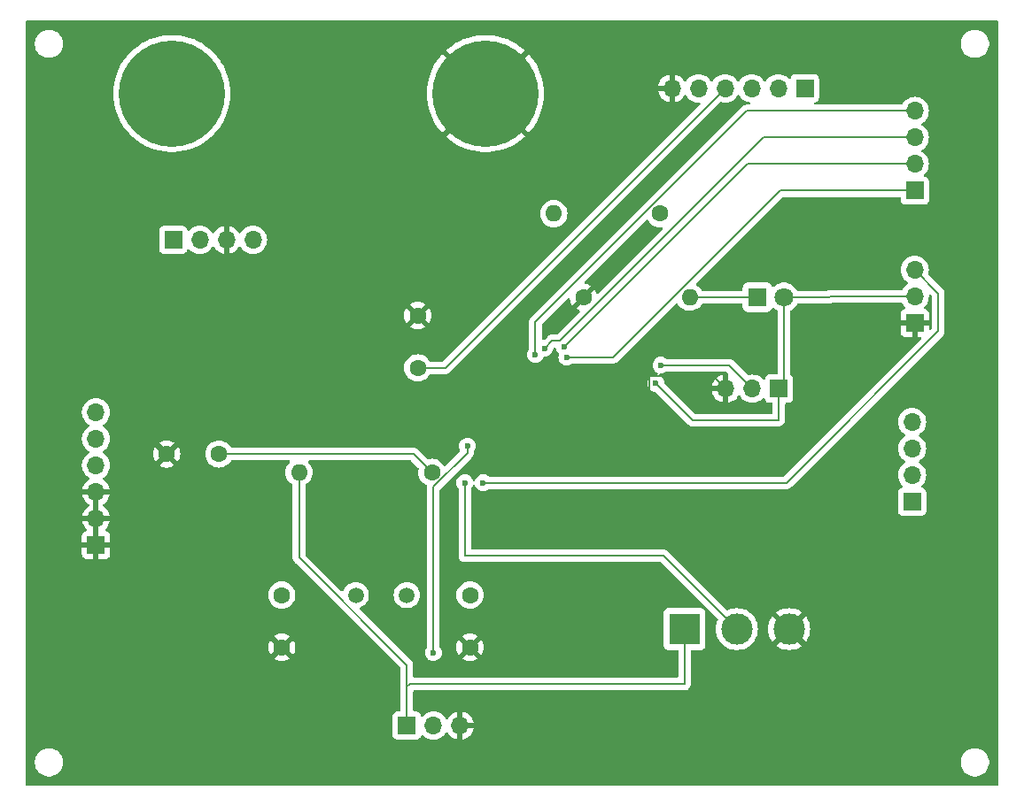
<source format=gbl>
G04 #@! TF.GenerationSoftware,KiCad,Pcbnew,8.0.6*
G04 #@! TF.CreationDate,2024-11-17T19:47:03-05:00*
G04 #@! TF.ProjectId,STM32_KiCAD,53544d33-325f-44b6-9943-41442e6b6963,rev?*
G04 #@! TF.SameCoordinates,Original*
G04 #@! TF.FileFunction,Copper,L2,Bot*
G04 #@! TF.FilePolarity,Positive*
%FSLAX46Y46*%
G04 Gerber Fmt 4.6, Leading zero omitted, Abs format (unit mm)*
G04 Created by KiCad (PCBNEW 8.0.6) date 2024-11-17 19:47:03*
%MOMM*%
%LPD*%
G01*
G04 APERTURE LIST*
G04 #@! TA.AperFunction,ComponentPad*
%ADD10C,1.500000*%
G04 #@! TD*
G04 #@! TA.AperFunction,ComponentPad*
%ADD11R,1.700000X1.700000*%
G04 #@! TD*
G04 #@! TA.AperFunction,ComponentPad*
%ADD12O,1.700000X1.700000*%
G04 #@! TD*
G04 #@! TA.AperFunction,ComponentPad*
%ADD13C,1.600000*%
G04 #@! TD*
G04 #@! TA.AperFunction,ComponentPad*
%ADD14C,10.160000*%
G04 #@! TD*
G04 #@! TA.AperFunction,ComponentPad*
%ADD15R,3.000000X3.000000*%
G04 #@! TD*
G04 #@! TA.AperFunction,ComponentPad*
%ADD16C,3.000000*%
G04 #@! TD*
G04 #@! TA.AperFunction,ComponentPad*
%ADD17O,1.600000X1.600000*%
G04 #@! TD*
G04 #@! TA.AperFunction,ComponentPad*
%ADD18R,1.800000X1.800000*%
G04 #@! TD*
G04 #@! TA.AperFunction,ComponentPad*
%ADD19C,1.800000*%
G04 #@! TD*
G04 #@! TA.AperFunction,ViaPad*
%ADD20C,0.600000*%
G04 #@! TD*
G04 #@! TA.AperFunction,Conductor*
%ADD21C,0.200000*%
G04 #@! TD*
G04 APERTURE END LIST*
D10*
X136200000Y-106750000D03*
X131320000Y-106750000D03*
D11*
X136210000Y-119250000D03*
D12*
X138750000Y-119250000D03*
X141290000Y-119250000D03*
D13*
X142250000Y-106750000D03*
X142250000Y-111750000D03*
X124250000Y-106750000D03*
X124250000Y-111750000D03*
D11*
X184750000Y-80710000D03*
D12*
X184750000Y-78170000D03*
X184750000Y-75630000D03*
D11*
X174250000Y-58250000D03*
D12*
X171710000Y-58250000D03*
X169170000Y-58250000D03*
X166630000Y-58250000D03*
X164090000Y-58250000D03*
X161550000Y-58250000D03*
D13*
X118250000Y-93250000D03*
X113250000Y-93250000D03*
D14*
X113750000Y-58750000D03*
X143720000Y-58750000D03*
D15*
X162750000Y-110000000D03*
D16*
X167750000Y-110000000D03*
X172750000Y-110000000D03*
D13*
X160410000Y-70250000D03*
D17*
X150250000Y-70250000D03*
D13*
X153090000Y-78250000D03*
D17*
X163250000Y-78250000D03*
D18*
X169710000Y-78250000D03*
D19*
X172250000Y-78250000D03*
D11*
X184500000Y-97800000D03*
D12*
X184500000Y-95260000D03*
X184500000Y-92720000D03*
X184500000Y-90180000D03*
D11*
X113880000Y-72750000D03*
D12*
X116420000Y-72750000D03*
X118960000Y-72750000D03*
X121500000Y-72750000D03*
D11*
X106500000Y-101950000D03*
D12*
X106500000Y-99410000D03*
X106500000Y-96870000D03*
X106500000Y-94330000D03*
X106500000Y-91790000D03*
X106500000Y-89250000D03*
D11*
X171775000Y-87000000D03*
D12*
X169235000Y-87000000D03*
X166695000Y-87000000D03*
D13*
X137250000Y-85000000D03*
X137250000Y-80000000D03*
X138600000Y-95000000D03*
D17*
X125900000Y-95000000D03*
D11*
X184750000Y-68050000D03*
D12*
X184750000Y-65510000D03*
X184750000Y-62970000D03*
X184750000Y-60430000D03*
D20*
X152000000Y-88750000D03*
X158750000Y-99000000D03*
X159750000Y-88000000D03*
X152000000Y-90500000D03*
X160000000Y-86500000D03*
X143500000Y-96000000D03*
X160500000Y-84750000D03*
X141750000Y-96000000D03*
X142000000Y-92500000D03*
X138750000Y-112250000D03*
X151250000Y-83000000D03*
X148500000Y-83750000D03*
X151500000Y-84000000D03*
X149375000Y-83125000D03*
D21*
X158750000Y-99000000D02*
X161750000Y-99000000D01*
X159400000Y-85850000D02*
X159500000Y-85750000D01*
X152000000Y-88750000D02*
X152000000Y-90500000D01*
X152000000Y-90500000D02*
X157250000Y-90500000D01*
X161750000Y-99000000D02*
X172750000Y-110000000D01*
X157250000Y-90500000D02*
X159750000Y-88000000D01*
X165445000Y-85750000D02*
X166695000Y-87000000D01*
X159750000Y-88000000D02*
X159400000Y-87650000D01*
X159400000Y-87650000D02*
X159400000Y-85850000D01*
X159500000Y-85750000D02*
X165445000Y-85750000D01*
X162750000Y-115250000D02*
X162750000Y-110000000D01*
X136210000Y-113460000D02*
X125900000Y-103150000D01*
X136210000Y-119250000D02*
X136210000Y-113460000D01*
X171775000Y-89975000D02*
X171775000Y-87000000D01*
X172250000Y-78250000D02*
X176590000Y-78250000D01*
X176590000Y-78250000D02*
X176670000Y-78170000D01*
X125900000Y-103150000D02*
X125900000Y-95000000D01*
X136500000Y-115250000D02*
X136210000Y-115540000D01*
X136210000Y-119250000D02*
X136210000Y-115540000D01*
X163500000Y-90000000D02*
X171750000Y-90000000D01*
X162750000Y-115250000D02*
X136500000Y-115250000D01*
X172250000Y-86525000D02*
X171775000Y-87000000D01*
X184750000Y-78170000D02*
X176670000Y-78170000D01*
X172250000Y-78250000D02*
X172250000Y-86525000D01*
X160000000Y-86500000D02*
X163500000Y-90000000D01*
X171750000Y-90000000D02*
X171775000Y-89975000D01*
X166630000Y-58250000D02*
X139880000Y-85000000D01*
X139880000Y-85000000D02*
X137250000Y-85000000D01*
X118250000Y-93250000D02*
X136850000Y-93250000D01*
X136850000Y-93250000D02*
X138600000Y-95000000D01*
X163250000Y-78250000D02*
X169710000Y-78250000D01*
X187000000Y-81500000D02*
X172500000Y-96000000D01*
X172500000Y-96000000D02*
X143500000Y-96000000D01*
X184750000Y-75630000D02*
X187000000Y-77880000D01*
X187000000Y-77880000D02*
X187000000Y-81500000D01*
X166985000Y-84750000D02*
X169235000Y-87000000D01*
X160500000Y-84750000D02*
X166985000Y-84750000D01*
X141750000Y-96000000D02*
X141750000Y-103000000D01*
X141750000Y-103000000D02*
X160750000Y-103000000D01*
X160750000Y-103000000D02*
X167750000Y-110000000D01*
X142000000Y-93155635D02*
X138750000Y-96405635D01*
X138750000Y-96405635D02*
X138750000Y-112250000D01*
X142000000Y-92500000D02*
X142000000Y-93155635D01*
X184750000Y-65510000D02*
X168740000Y-65510000D01*
X168740000Y-65510000D02*
X151250000Y-83000000D01*
X148500000Y-83750000D02*
X148500000Y-80604365D01*
X148500000Y-80604365D02*
X168674365Y-60430000D01*
X168674365Y-60430000D02*
X184750000Y-60430000D01*
X171894365Y-68050000D02*
X184750000Y-68050000D01*
X155944365Y-84000000D02*
X171894365Y-68050000D01*
X151500000Y-84000000D02*
X155944365Y-84000000D01*
X149375000Y-83125000D02*
X150100000Y-82400000D01*
X150100000Y-82400000D02*
X150850000Y-82400000D01*
X150850000Y-82400000D02*
X170280000Y-62970000D01*
X170280000Y-62970000D02*
X184750000Y-62970000D01*
G04 #@! TA.AperFunction,Conductor*
G36*
X166751942Y-85370185D02*
G01*
X166772584Y-85386819D01*
X166908681Y-85522916D01*
X166942166Y-85584239D01*
X166945000Y-85610597D01*
X166945000Y-86566988D01*
X166887993Y-86534075D01*
X166760826Y-86500000D01*
X166629174Y-86500000D01*
X166502007Y-86534075D01*
X166445000Y-86566988D01*
X166445000Y-85669364D01*
X166444999Y-85669364D01*
X166231513Y-85726567D01*
X166231507Y-85726570D01*
X166017422Y-85826399D01*
X166017420Y-85826400D01*
X165823926Y-85961886D01*
X165823920Y-85961891D01*
X165656891Y-86128920D01*
X165656886Y-86128926D01*
X165521400Y-86322420D01*
X165521399Y-86322422D01*
X165421570Y-86536507D01*
X165421567Y-86536513D01*
X165364364Y-86749999D01*
X165364364Y-86750000D01*
X166261988Y-86750000D01*
X166229075Y-86807007D01*
X166195000Y-86934174D01*
X166195000Y-87065826D01*
X166229075Y-87192993D01*
X166261988Y-87250000D01*
X165364364Y-87250000D01*
X165421567Y-87463486D01*
X165421570Y-87463492D01*
X165521399Y-87677578D01*
X165656894Y-87871082D01*
X165823917Y-88038105D01*
X166017421Y-88173600D01*
X166231507Y-88273429D01*
X166231516Y-88273433D01*
X166445000Y-88330634D01*
X166445000Y-87433012D01*
X166502007Y-87465925D01*
X166629174Y-87500000D01*
X166760826Y-87500000D01*
X166887993Y-87465925D01*
X166945000Y-87433012D01*
X166945000Y-88330633D01*
X167158483Y-88273433D01*
X167158492Y-88273429D01*
X167372578Y-88173600D01*
X167566082Y-88038105D01*
X167733105Y-87871082D01*
X167863119Y-87685405D01*
X167917696Y-87641781D01*
X167987195Y-87634588D01*
X168049549Y-87666110D01*
X168066269Y-87685405D01*
X168196505Y-87871401D01*
X168363599Y-88038495D01*
X168460384Y-88106265D01*
X168557165Y-88174032D01*
X168557167Y-88174033D01*
X168557170Y-88174035D01*
X168771337Y-88273903D01*
X168999592Y-88335063D01*
X169176034Y-88350500D01*
X169234999Y-88355659D01*
X169235000Y-88355659D01*
X169235001Y-88355659D01*
X169293966Y-88350500D01*
X169470408Y-88335063D01*
X169698663Y-88273903D01*
X169912830Y-88174035D01*
X170106401Y-88038495D01*
X170228329Y-87916566D01*
X170289648Y-87883084D01*
X170359340Y-87888068D01*
X170415274Y-87929939D01*
X170432189Y-87960917D01*
X170481202Y-88092328D01*
X170481206Y-88092335D01*
X170567452Y-88207544D01*
X170567455Y-88207547D01*
X170682664Y-88293793D01*
X170682671Y-88293797D01*
X170727618Y-88310561D01*
X170817517Y-88344091D01*
X170877127Y-88350500D01*
X171050500Y-88350499D01*
X171117539Y-88370183D01*
X171163294Y-88422987D01*
X171174500Y-88474499D01*
X171174500Y-89275500D01*
X171154815Y-89342539D01*
X171102011Y-89388294D01*
X171050500Y-89399500D01*
X163800097Y-89399500D01*
X163733058Y-89379815D01*
X163712416Y-89363181D01*
X160830700Y-86481465D01*
X160797215Y-86420142D01*
X160795163Y-86407686D01*
X160785368Y-86320745D01*
X160725789Y-86150478D01*
X160629816Y-85997738D01*
X160502262Y-85870184D01*
X160352647Y-85776174D01*
X160306356Y-85723839D01*
X160295708Y-85654785D01*
X160324083Y-85590937D01*
X160382473Y-85552565D01*
X160432503Y-85547960D01*
X160499997Y-85555565D01*
X160500000Y-85555565D01*
X160500004Y-85555565D01*
X160679249Y-85535369D01*
X160679252Y-85535368D01*
X160679255Y-85535368D01*
X160849522Y-85475789D01*
X161002262Y-85379816D01*
X161002267Y-85379810D01*
X161005097Y-85377555D01*
X161007275Y-85376665D01*
X161008158Y-85376111D01*
X161008255Y-85376265D01*
X161069783Y-85351145D01*
X161082412Y-85350500D01*
X166684903Y-85350500D01*
X166751942Y-85370185D01*
G37*
G04 #@! TD.AperFunction*
G04 #@! TA.AperFunction,Conductor*
G36*
X152690000Y-78302661D02*
G01*
X152717259Y-78404394D01*
X152769920Y-78495606D01*
X152844394Y-78570080D01*
X152935606Y-78622741D01*
X153037339Y-78650000D01*
X153043553Y-78650000D01*
X152364526Y-79329025D01*
X152437513Y-79380132D01*
X152437521Y-79380136D01*
X152643668Y-79476264D01*
X152643682Y-79476269D01*
X152657695Y-79480024D01*
X152717356Y-79516389D01*
X152747885Y-79579236D01*
X152739590Y-79648612D01*
X152713283Y-79687480D01*
X150637584Y-81763181D01*
X150576261Y-81796666D01*
X150549903Y-81799500D01*
X150186669Y-81799500D01*
X150186653Y-81799499D01*
X150179057Y-81799499D01*
X150020943Y-81799499D01*
X149868215Y-81840423D01*
X149868214Y-81840423D01*
X149819212Y-81868715D01*
X149819211Y-81868715D01*
X149731290Y-81919475D01*
X149731282Y-81919481D01*
X149619478Y-82031286D01*
X149356465Y-82294298D01*
X149295142Y-82327783D01*
X149282669Y-82329837D01*
X149238385Y-82334827D01*
X149169563Y-82322773D01*
X149118183Y-82275424D01*
X149100500Y-82211607D01*
X149100500Y-80904461D01*
X149120185Y-80837422D01*
X149136814Y-80816785D01*
X151590453Y-78363146D01*
X151651772Y-78329664D01*
X151721464Y-78334648D01*
X151777397Y-78376520D01*
X151801658Y-78440021D01*
X151804858Y-78476600D01*
X151804860Y-78476610D01*
X151863730Y-78696317D01*
X151863735Y-78696331D01*
X151959863Y-78902478D01*
X152010974Y-78975472D01*
X152690000Y-78296446D01*
X152690000Y-78302661D01*
G37*
G04 #@! TD.AperFunction*
G04 #@! TA.AperFunction,Conductor*
G36*
X186299473Y-78030912D02*
G01*
X186314430Y-78043666D01*
X186363180Y-78092415D01*
X186396666Y-78153738D01*
X186399500Y-78180097D01*
X186399500Y-81199902D01*
X186379815Y-81266941D01*
X186363181Y-81287583D01*
X186311681Y-81339083D01*
X186250358Y-81372568D01*
X186180666Y-81367584D01*
X186124733Y-81325712D01*
X186100316Y-81260248D01*
X186100000Y-81251402D01*
X186100000Y-80960000D01*
X185183012Y-80960000D01*
X185215925Y-80902993D01*
X185250000Y-80775826D01*
X185250000Y-80644174D01*
X185215925Y-80517007D01*
X185183012Y-80460000D01*
X186100000Y-80460000D01*
X186100000Y-79812172D01*
X186099999Y-79812155D01*
X186093598Y-79752627D01*
X186093596Y-79752620D01*
X186043354Y-79617913D01*
X186043350Y-79617906D01*
X185957190Y-79502812D01*
X185957187Y-79502809D01*
X185842093Y-79416649D01*
X185842088Y-79416646D01*
X185710528Y-79367577D01*
X185654595Y-79325705D01*
X185630178Y-79260241D01*
X185645030Y-79191968D01*
X185666175Y-79163720D01*
X185788495Y-79041401D01*
X185924035Y-78847830D01*
X186023903Y-78633663D01*
X186085063Y-78405408D01*
X186105659Y-78170000D01*
X186103222Y-78142154D01*
X186116987Y-78073659D01*
X186165600Y-78023474D01*
X186233629Y-78007539D01*
X186299473Y-78030912D01*
G37*
G04 #@! TD.AperFunction*
G04 #@! TA.AperFunction,Conductor*
G36*
X159212537Y-70843576D02*
G01*
X159268470Y-70885448D01*
X159276204Y-70898337D01*
X159276721Y-70898039D01*
X159279430Y-70902731D01*
X159409954Y-71089141D01*
X159570858Y-71250045D01*
X159570861Y-71250047D01*
X159757266Y-71380568D01*
X159963504Y-71476739D01*
X160183308Y-71535635D01*
X160345230Y-71549801D01*
X160409998Y-71555468D01*
X160410000Y-71555468D01*
X160547643Y-71543425D01*
X160616140Y-71557191D01*
X160666323Y-71605806D01*
X160682257Y-71673835D01*
X160658882Y-71739678D01*
X160646129Y-71754634D01*
X154527480Y-77873283D01*
X154466157Y-77906768D01*
X154396465Y-77901784D01*
X154340532Y-77859912D01*
X154320024Y-77817695D01*
X154316269Y-77803682D01*
X154316264Y-77803668D01*
X154220136Y-77597521D01*
X154220132Y-77597513D01*
X154169025Y-77524526D01*
X153490000Y-78203552D01*
X153490000Y-78197339D01*
X153462741Y-78095606D01*
X153410080Y-78004394D01*
X153335606Y-77929920D01*
X153244394Y-77877259D01*
X153142661Y-77850000D01*
X153136446Y-77850000D01*
X153815472Y-77170974D01*
X153742478Y-77119863D01*
X153536331Y-77023735D01*
X153536317Y-77023730D01*
X153316610Y-76964860D01*
X153316600Y-76964858D01*
X153280021Y-76961658D01*
X153214953Y-76936205D01*
X153173975Y-76879613D01*
X153170098Y-76809851D01*
X153203146Y-76750453D01*
X159081524Y-70872075D01*
X159142845Y-70838592D01*
X159212537Y-70843576D01*
G37*
G04 #@! TD.AperFunction*
G04 #@! TA.AperFunction,Conductor*
G36*
X106750000Y-101516988D02*
G01*
X106692993Y-101484075D01*
X106565826Y-101450000D01*
X106434174Y-101450000D01*
X106307007Y-101484075D01*
X106250000Y-101516988D01*
X106250000Y-99843012D01*
X106307007Y-99875925D01*
X106434174Y-99910000D01*
X106565826Y-99910000D01*
X106692993Y-99875925D01*
X106750000Y-99843012D01*
X106750000Y-101516988D01*
G37*
G04 #@! TD.AperFunction*
G04 #@! TA.AperFunction,Conductor*
G36*
X106750000Y-98976988D02*
G01*
X106692993Y-98944075D01*
X106565826Y-98910000D01*
X106434174Y-98910000D01*
X106307007Y-98944075D01*
X106250000Y-98976988D01*
X106250000Y-97303012D01*
X106307007Y-97335925D01*
X106434174Y-97370000D01*
X106565826Y-97370000D01*
X106692993Y-97335925D01*
X106750000Y-97303012D01*
X106750000Y-98976988D01*
G37*
G04 #@! TD.AperFunction*
G04 #@! TA.AperFunction,Conductor*
G36*
X192692539Y-51770185D02*
G01*
X192738294Y-51822989D01*
X192749500Y-51874500D01*
X192749500Y-124875500D01*
X192729815Y-124942539D01*
X192677011Y-124988294D01*
X192625500Y-124999500D01*
X99874500Y-124999500D01*
X99807461Y-124979815D01*
X99761706Y-124927011D01*
X99750500Y-124875500D01*
X99750500Y-122643713D01*
X100649500Y-122643713D01*
X100649500Y-122856286D01*
X100682753Y-123066239D01*
X100748444Y-123268414D01*
X100844951Y-123457820D01*
X100969890Y-123629786D01*
X101120213Y-123780109D01*
X101292179Y-123905048D01*
X101292181Y-123905049D01*
X101292184Y-123905051D01*
X101481588Y-124001557D01*
X101683757Y-124067246D01*
X101893713Y-124100500D01*
X101893714Y-124100500D01*
X102106286Y-124100500D01*
X102106287Y-124100500D01*
X102316243Y-124067246D01*
X102518412Y-124001557D01*
X102707816Y-123905051D01*
X102729789Y-123889086D01*
X102879786Y-123780109D01*
X102879788Y-123780106D01*
X102879792Y-123780104D01*
X103030104Y-123629792D01*
X103030106Y-123629788D01*
X103030109Y-123629786D01*
X103155048Y-123457820D01*
X103155047Y-123457820D01*
X103155051Y-123457816D01*
X103251557Y-123268412D01*
X103317246Y-123066243D01*
X103350500Y-122856287D01*
X103350500Y-122643713D01*
X189149500Y-122643713D01*
X189149500Y-122856286D01*
X189182753Y-123066239D01*
X189248444Y-123268414D01*
X189344951Y-123457820D01*
X189469890Y-123629786D01*
X189620213Y-123780109D01*
X189792179Y-123905048D01*
X189792181Y-123905049D01*
X189792184Y-123905051D01*
X189981588Y-124001557D01*
X190183757Y-124067246D01*
X190393713Y-124100500D01*
X190393714Y-124100500D01*
X190606286Y-124100500D01*
X190606287Y-124100500D01*
X190816243Y-124067246D01*
X191018412Y-124001557D01*
X191207816Y-123905051D01*
X191229789Y-123889086D01*
X191379786Y-123780109D01*
X191379788Y-123780106D01*
X191379792Y-123780104D01*
X191530104Y-123629792D01*
X191530106Y-123629788D01*
X191530109Y-123629786D01*
X191655048Y-123457820D01*
X191655047Y-123457820D01*
X191655051Y-123457816D01*
X191751557Y-123268412D01*
X191817246Y-123066243D01*
X191850500Y-122856287D01*
X191850500Y-122643713D01*
X191817246Y-122433757D01*
X191751557Y-122231588D01*
X191655051Y-122042184D01*
X191655049Y-122042181D01*
X191655048Y-122042179D01*
X191530109Y-121870213D01*
X191379786Y-121719890D01*
X191207820Y-121594951D01*
X191018414Y-121498444D01*
X191018413Y-121498443D01*
X191018412Y-121498443D01*
X190816243Y-121432754D01*
X190816241Y-121432753D01*
X190816240Y-121432753D01*
X190654957Y-121407208D01*
X190606287Y-121399500D01*
X190393713Y-121399500D01*
X190345042Y-121407208D01*
X190183760Y-121432753D01*
X189981585Y-121498444D01*
X189792179Y-121594951D01*
X189620213Y-121719890D01*
X189469890Y-121870213D01*
X189344951Y-122042179D01*
X189248444Y-122231585D01*
X189182753Y-122433760D01*
X189149500Y-122643713D01*
X103350500Y-122643713D01*
X103317246Y-122433757D01*
X103251557Y-122231588D01*
X103155051Y-122042184D01*
X103155049Y-122042181D01*
X103155048Y-122042179D01*
X103030109Y-121870213D01*
X102879786Y-121719890D01*
X102707820Y-121594951D01*
X102518414Y-121498444D01*
X102518413Y-121498443D01*
X102518412Y-121498443D01*
X102316243Y-121432754D01*
X102316241Y-121432753D01*
X102316240Y-121432753D01*
X102154957Y-121407208D01*
X102106287Y-121399500D01*
X101893713Y-121399500D01*
X101845042Y-121407208D01*
X101683760Y-121432753D01*
X101481585Y-121498444D01*
X101292179Y-121594951D01*
X101120213Y-121719890D01*
X100969890Y-121870213D01*
X100844951Y-122042179D01*
X100748444Y-122231585D01*
X100682753Y-122433760D01*
X100649500Y-122643713D01*
X99750500Y-122643713D01*
X99750500Y-111749997D01*
X122945034Y-111749997D01*
X122945034Y-111750002D01*
X122964858Y-111976599D01*
X122964860Y-111976610D01*
X123023730Y-112196317D01*
X123023735Y-112196331D01*
X123119863Y-112402478D01*
X123170974Y-112475472D01*
X123850000Y-111796446D01*
X123850000Y-111802661D01*
X123877259Y-111904394D01*
X123929920Y-111995606D01*
X124004394Y-112070080D01*
X124095606Y-112122741D01*
X124197339Y-112150000D01*
X124203553Y-112150000D01*
X123524526Y-112829025D01*
X123597513Y-112880132D01*
X123597521Y-112880136D01*
X123803668Y-112976264D01*
X123803682Y-112976269D01*
X124023389Y-113035139D01*
X124023400Y-113035141D01*
X124249998Y-113054966D01*
X124250002Y-113054966D01*
X124476599Y-113035141D01*
X124476610Y-113035139D01*
X124696317Y-112976269D01*
X124696331Y-112976264D01*
X124902478Y-112880136D01*
X124975471Y-112829024D01*
X124296447Y-112150000D01*
X124302661Y-112150000D01*
X124404394Y-112122741D01*
X124495606Y-112070080D01*
X124570080Y-111995606D01*
X124622741Y-111904394D01*
X124650000Y-111802661D01*
X124650000Y-111796447D01*
X125329024Y-112475471D01*
X125380136Y-112402478D01*
X125476264Y-112196331D01*
X125476269Y-112196317D01*
X125535139Y-111976610D01*
X125535141Y-111976599D01*
X125554966Y-111750002D01*
X125554966Y-111749997D01*
X125535141Y-111523400D01*
X125535139Y-111523389D01*
X125476269Y-111303682D01*
X125476264Y-111303668D01*
X125380136Y-111097521D01*
X125380132Y-111097513D01*
X125329025Y-111024526D01*
X124650000Y-111703551D01*
X124650000Y-111697339D01*
X124622741Y-111595606D01*
X124570080Y-111504394D01*
X124495606Y-111429920D01*
X124404394Y-111377259D01*
X124302661Y-111350000D01*
X124296448Y-111350000D01*
X124975472Y-110670974D01*
X124902478Y-110619863D01*
X124696331Y-110523735D01*
X124696317Y-110523730D01*
X124476610Y-110464860D01*
X124476599Y-110464858D01*
X124250002Y-110445034D01*
X124249998Y-110445034D01*
X124023400Y-110464858D01*
X124023389Y-110464860D01*
X123803682Y-110523730D01*
X123803673Y-110523734D01*
X123597516Y-110619866D01*
X123597512Y-110619868D01*
X123524526Y-110670973D01*
X123524526Y-110670974D01*
X124203553Y-111350000D01*
X124197339Y-111350000D01*
X124095606Y-111377259D01*
X124004394Y-111429920D01*
X123929920Y-111504394D01*
X123877259Y-111595606D01*
X123850000Y-111697339D01*
X123850000Y-111703552D01*
X123170974Y-111024526D01*
X123170973Y-111024526D01*
X123119868Y-111097512D01*
X123119866Y-111097516D01*
X123023734Y-111303673D01*
X123023730Y-111303682D01*
X122964860Y-111523389D01*
X122964858Y-111523400D01*
X122945034Y-111749997D01*
X99750500Y-111749997D01*
X99750500Y-106749998D01*
X122944532Y-106749998D01*
X122944532Y-106750001D01*
X122964364Y-106976686D01*
X122964366Y-106976697D01*
X123023258Y-107196488D01*
X123023261Y-107196497D01*
X123119431Y-107402732D01*
X123119432Y-107402734D01*
X123249954Y-107589141D01*
X123410858Y-107750045D01*
X123410861Y-107750047D01*
X123597266Y-107880568D01*
X123803504Y-107976739D01*
X123803509Y-107976740D01*
X123803511Y-107976741D01*
X123838839Y-107986207D01*
X124023308Y-108035635D01*
X124185230Y-108049801D01*
X124249998Y-108055468D01*
X124250000Y-108055468D01*
X124250002Y-108055468D01*
X124306673Y-108050509D01*
X124476692Y-108035635D01*
X124696496Y-107976739D01*
X124902734Y-107880568D01*
X125089139Y-107750047D01*
X125250047Y-107589139D01*
X125380568Y-107402734D01*
X125476739Y-107196496D01*
X125535635Y-106976692D01*
X125555468Y-106750000D01*
X125535635Y-106523308D01*
X125488083Y-106345839D01*
X125476741Y-106303511D01*
X125476738Y-106303502D01*
X125380568Y-106097266D01*
X125272637Y-105943123D01*
X125250045Y-105910858D01*
X125089141Y-105749954D01*
X124902734Y-105619432D01*
X124902732Y-105619431D01*
X124696497Y-105523261D01*
X124696488Y-105523258D01*
X124476697Y-105464366D01*
X124476693Y-105464365D01*
X124476692Y-105464365D01*
X124476691Y-105464364D01*
X124476686Y-105464364D01*
X124250002Y-105444532D01*
X124249998Y-105444532D01*
X124023313Y-105464364D01*
X124023302Y-105464366D01*
X123803511Y-105523258D01*
X123803502Y-105523261D01*
X123597267Y-105619431D01*
X123597265Y-105619432D01*
X123410858Y-105749954D01*
X123249954Y-105910858D01*
X123119432Y-106097265D01*
X123119431Y-106097267D01*
X123023261Y-106303502D01*
X123023258Y-106303511D01*
X122964366Y-106523302D01*
X122964364Y-106523313D01*
X122944532Y-106749998D01*
X99750500Y-106749998D01*
X99750500Y-89249999D01*
X105144341Y-89249999D01*
X105144341Y-89250000D01*
X105164936Y-89485403D01*
X105164938Y-89485413D01*
X105226094Y-89713655D01*
X105226096Y-89713659D01*
X105226097Y-89713663D01*
X105325965Y-89927830D01*
X105325967Y-89927834D01*
X105461501Y-90121395D01*
X105461506Y-90121402D01*
X105628597Y-90288493D01*
X105628603Y-90288498D01*
X105814158Y-90418425D01*
X105857783Y-90473002D01*
X105864977Y-90542500D01*
X105833454Y-90604855D01*
X105814158Y-90621575D01*
X105628597Y-90751505D01*
X105461505Y-90918597D01*
X105325965Y-91112169D01*
X105325964Y-91112171D01*
X105226098Y-91326335D01*
X105226094Y-91326344D01*
X105164938Y-91554586D01*
X105164936Y-91554596D01*
X105144341Y-91789999D01*
X105144341Y-91790000D01*
X105164936Y-92025403D01*
X105164938Y-92025413D01*
X105226094Y-92253655D01*
X105226096Y-92253659D01*
X105226097Y-92253663D01*
X105299400Y-92410861D01*
X105325965Y-92467830D01*
X105325967Y-92467834D01*
X105461501Y-92661395D01*
X105461506Y-92661402D01*
X105628597Y-92828493D01*
X105628603Y-92828498D01*
X105814158Y-92958425D01*
X105857783Y-93013002D01*
X105864977Y-93082500D01*
X105833454Y-93144855D01*
X105814158Y-93161575D01*
X105628597Y-93291505D01*
X105461505Y-93458597D01*
X105325965Y-93652169D01*
X105325964Y-93652171D01*
X105226098Y-93866335D01*
X105226094Y-93866344D01*
X105164938Y-94094586D01*
X105164936Y-94094596D01*
X105144341Y-94329999D01*
X105144341Y-94330000D01*
X105164936Y-94565403D01*
X105164938Y-94565413D01*
X105226094Y-94793655D01*
X105226096Y-94793659D01*
X105226097Y-94793663D01*
X105322313Y-94999998D01*
X105325965Y-95007830D01*
X105325967Y-95007834D01*
X105434281Y-95162521D01*
X105456627Y-95194435D01*
X105461501Y-95201395D01*
X105461506Y-95201402D01*
X105628597Y-95368493D01*
X105628603Y-95368498D01*
X105668831Y-95396666D01*
X105809849Y-95495408D01*
X105814594Y-95498730D01*
X105858219Y-95553307D01*
X105865413Y-95622805D01*
X105833890Y-95685160D01*
X105814595Y-95701880D01*
X105628922Y-95831890D01*
X105628920Y-95831891D01*
X105461891Y-95998920D01*
X105461886Y-95998926D01*
X105326400Y-96192420D01*
X105326399Y-96192422D01*
X105226570Y-96406507D01*
X105226567Y-96406513D01*
X105169364Y-96619999D01*
X105169364Y-96620000D01*
X106066988Y-96620000D01*
X106034075Y-96677007D01*
X106000000Y-96804174D01*
X106000000Y-96935826D01*
X106034075Y-97062993D01*
X106066988Y-97120000D01*
X105169364Y-97120000D01*
X105226567Y-97333486D01*
X105226570Y-97333492D01*
X105326399Y-97547578D01*
X105461894Y-97741082D01*
X105628917Y-97908105D01*
X105815031Y-98038425D01*
X105858656Y-98093003D01*
X105865848Y-98162501D01*
X105834326Y-98224856D01*
X105815031Y-98241575D01*
X105628922Y-98371890D01*
X105628920Y-98371891D01*
X105461891Y-98538920D01*
X105461886Y-98538926D01*
X105326400Y-98732420D01*
X105326399Y-98732422D01*
X105226570Y-98946507D01*
X105226567Y-98946513D01*
X105169364Y-99159999D01*
X105169364Y-99160000D01*
X106066988Y-99160000D01*
X106034075Y-99217007D01*
X106000000Y-99344174D01*
X106000000Y-99475826D01*
X106034075Y-99602993D01*
X106066988Y-99660000D01*
X105169364Y-99660000D01*
X105226567Y-99873486D01*
X105226570Y-99873492D01*
X105326399Y-100087578D01*
X105461894Y-100281082D01*
X105584334Y-100403522D01*
X105617819Y-100464845D01*
X105612835Y-100534537D01*
X105570963Y-100590470D01*
X105539987Y-100607385D01*
X105407911Y-100656646D01*
X105407906Y-100656649D01*
X105292812Y-100742809D01*
X105292809Y-100742812D01*
X105206649Y-100857906D01*
X105206645Y-100857913D01*
X105156403Y-100992620D01*
X105156401Y-100992627D01*
X105150000Y-101052155D01*
X105150000Y-101700000D01*
X106066988Y-101700000D01*
X106034075Y-101757007D01*
X106000000Y-101884174D01*
X106000000Y-102015826D01*
X106034075Y-102142993D01*
X106066988Y-102200000D01*
X105150000Y-102200000D01*
X105150000Y-102847844D01*
X105156401Y-102907372D01*
X105156403Y-102907379D01*
X105206645Y-103042086D01*
X105206649Y-103042093D01*
X105292809Y-103157187D01*
X105292812Y-103157190D01*
X105407906Y-103243350D01*
X105407913Y-103243354D01*
X105542620Y-103293596D01*
X105542627Y-103293598D01*
X105602155Y-103299999D01*
X105602172Y-103300000D01*
X106250000Y-103300000D01*
X106250000Y-102383012D01*
X106307007Y-102415925D01*
X106434174Y-102450000D01*
X106565826Y-102450000D01*
X106692993Y-102415925D01*
X106750000Y-102383012D01*
X106750000Y-103300000D01*
X107397828Y-103300000D01*
X107397844Y-103299999D01*
X107457372Y-103293598D01*
X107457379Y-103293596D01*
X107592086Y-103243354D01*
X107592093Y-103243350D01*
X107707187Y-103157190D01*
X107707190Y-103157187D01*
X107793350Y-103042093D01*
X107793354Y-103042086D01*
X107843596Y-102907379D01*
X107843598Y-102907372D01*
X107849999Y-102847844D01*
X107850000Y-102847827D01*
X107850000Y-102200000D01*
X106933012Y-102200000D01*
X106965925Y-102142993D01*
X107000000Y-102015826D01*
X107000000Y-101884174D01*
X106965925Y-101757007D01*
X106933012Y-101700000D01*
X107850000Y-101700000D01*
X107850000Y-101052172D01*
X107849999Y-101052155D01*
X107843598Y-100992627D01*
X107843596Y-100992620D01*
X107793354Y-100857913D01*
X107793350Y-100857906D01*
X107707190Y-100742812D01*
X107707187Y-100742809D01*
X107592093Y-100656649D01*
X107592086Y-100656645D01*
X107460013Y-100607385D01*
X107404079Y-100565514D01*
X107379662Y-100500049D01*
X107394514Y-100431776D01*
X107415665Y-100403521D01*
X107538108Y-100281078D01*
X107673600Y-100087578D01*
X107773429Y-99873492D01*
X107773432Y-99873486D01*
X107830636Y-99660000D01*
X106933012Y-99660000D01*
X106965925Y-99602993D01*
X107000000Y-99475826D01*
X107000000Y-99344174D01*
X106965925Y-99217007D01*
X106933012Y-99160000D01*
X107830636Y-99160000D01*
X107830635Y-99159999D01*
X107773432Y-98946513D01*
X107773429Y-98946507D01*
X107673600Y-98732422D01*
X107673599Y-98732420D01*
X107538113Y-98538926D01*
X107538108Y-98538920D01*
X107371082Y-98371894D01*
X107184968Y-98241575D01*
X107141344Y-98186998D01*
X107134151Y-98117499D01*
X107165673Y-98055145D01*
X107184968Y-98038425D01*
X107371082Y-97908105D01*
X107538105Y-97741082D01*
X107673600Y-97547578D01*
X107773429Y-97333492D01*
X107773432Y-97333486D01*
X107830636Y-97120000D01*
X106933012Y-97120000D01*
X106965925Y-97062993D01*
X107000000Y-96935826D01*
X107000000Y-96804174D01*
X106965925Y-96677007D01*
X106933012Y-96620000D01*
X107830636Y-96620000D01*
X107830635Y-96619999D01*
X107773432Y-96406513D01*
X107773429Y-96406507D01*
X107673600Y-96192422D01*
X107673599Y-96192420D01*
X107538113Y-95998926D01*
X107538108Y-95998920D01*
X107371078Y-95831890D01*
X107185405Y-95701879D01*
X107141780Y-95647302D01*
X107134588Y-95577804D01*
X107166110Y-95515449D01*
X107185406Y-95498730D01*
X107190143Y-95495413D01*
X107371401Y-95368495D01*
X107538495Y-95201401D01*
X107674035Y-95007830D01*
X107773903Y-94793663D01*
X107835063Y-94565408D01*
X107855659Y-94330000D01*
X107835063Y-94094592D01*
X107773903Y-93866337D01*
X107674035Y-93652171D01*
X107662822Y-93636156D01*
X107538494Y-93458597D01*
X107371402Y-93291506D01*
X107371396Y-93291501D01*
X107312122Y-93249997D01*
X111945034Y-93249997D01*
X111945034Y-93250002D01*
X111964858Y-93476599D01*
X111964860Y-93476610D01*
X112023730Y-93696317D01*
X112023735Y-93696331D01*
X112119863Y-93902478D01*
X112170974Y-93975472D01*
X112850000Y-93296446D01*
X112850000Y-93302661D01*
X112877259Y-93404394D01*
X112929920Y-93495606D01*
X113004394Y-93570080D01*
X113095606Y-93622741D01*
X113197339Y-93650000D01*
X113203553Y-93650000D01*
X112524526Y-94329025D01*
X112597513Y-94380132D01*
X112597521Y-94380136D01*
X112803668Y-94476264D01*
X112803682Y-94476269D01*
X113023389Y-94535139D01*
X113023400Y-94535141D01*
X113249998Y-94554966D01*
X113250002Y-94554966D01*
X113476599Y-94535141D01*
X113476610Y-94535139D01*
X113696317Y-94476269D01*
X113696331Y-94476264D01*
X113902478Y-94380136D01*
X113975471Y-94329024D01*
X113296447Y-93650000D01*
X113302661Y-93650000D01*
X113404394Y-93622741D01*
X113495606Y-93570080D01*
X113570080Y-93495606D01*
X113622741Y-93404394D01*
X113650000Y-93302661D01*
X113650000Y-93296447D01*
X114329024Y-93975471D01*
X114380136Y-93902478D01*
X114476264Y-93696331D01*
X114476269Y-93696317D01*
X114535139Y-93476610D01*
X114535141Y-93476599D01*
X114554966Y-93250002D01*
X114554966Y-93249998D01*
X116944532Y-93249998D01*
X116944532Y-93250001D01*
X116964364Y-93476686D01*
X116964366Y-93476697D01*
X117023258Y-93696488D01*
X117023261Y-93696497D01*
X117119431Y-93902732D01*
X117119432Y-93902734D01*
X117249954Y-94089141D01*
X117410858Y-94250045D01*
X117410861Y-94250047D01*
X117597266Y-94380568D01*
X117803504Y-94476739D01*
X118023308Y-94535635D01*
X118185230Y-94549801D01*
X118249998Y-94555468D01*
X118250000Y-94555468D01*
X118250002Y-94555468D01*
X118306673Y-94550509D01*
X118476692Y-94535635D01*
X118696496Y-94476739D01*
X118902734Y-94380568D01*
X119089139Y-94250047D01*
X119250047Y-94089139D01*
X119380118Y-93903375D01*
X119434693Y-93859752D01*
X119481692Y-93850500D01*
X124910951Y-93850500D01*
X124977990Y-93870185D01*
X125023745Y-93922989D01*
X125033689Y-93992147D01*
X125004664Y-94055703D01*
X124998632Y-94062181D01*
X124899954Y-94160858D01*
X124769432Y-94347265D01*
X124769431Y-94347267D01*
X124673261Y-94553502D01*
X124673258Y-94553511D01*
X124614366Y-94773302D01*
X124614364Y-94773313D01*
X124594532Y-94999998D01*
X124594532Y-95000001D01*
X124614364Y-95226686D01*
X124614366Y-95226697D01*
X124673258Y-95446488D01*
X124673261Y-95446497D01*
X124769431Y-95652732D01*
X124769432Y-95652734D01*
X124899954Y-95839141D01*
X125060858Y-96000045D01*
X125060861Y-96000047D01*
X125246624Y-96130118D01*
X125290248Y-96184693D01*
X125299500Y-96231692D01*
X125299500Y-103063330D01*
X125299499Y-103063348D01*
X125299499Y-103229054D01*
X125299498Y-103229054D01*
X125340423Y-103381785D01*
X125369358Y-103431900D01*
X125369359Y-103431904D01*
X125369360Y-103431904D01*
X125419479Y-103518714D01*
X125419481Y-103518717D01*
X125538349Y-103637585D01*
X125538355Y-103637590D01*
X135573181Y-113672416D01*
X135606666Y-113733739D01*
X135609500Y-113760097D01*
X135609500Y-115453330D01*
X135609499Y-115453348D01*
X135609499Y-115629046D01*
X135609500Y-115629059D01*
X135609500Y-117775500D01*
X135589815Y-117842539D01*
X135537011Y-117888294D01*
X135485501Y-117899500D01*
X135312130Y-117899500D01*
X135312123Y-117899501D01*
X135252516Y-117905908D01*
X135117671Y-117956202D01*
X135117664Y-117956206D01*
X135002455Y-118042452D01*
X135002452Y-118042455D01*
X134916206Y-118157664D01*
X134916202Y-118157671D01*
X134865908Y-118292517D01*
X134859501Y-118352116D01*
X134859500Y-118352135D01*
X134859500Y-120147870D01*
X134859501Y-120147876D01*
X134865908Y-120207483D01*
X134916202Y-120342328D01*
X134916206Y-120342335D01*
X135002452Y-120457544D01*
X135002455Y-120457547D01*
X135117664Y-120543793D01*
X135117671Y-120543797D01*
X135252517Y-120594091D01*
X135252516Y-120594091D01*
X135259444Y-120594835D01*
X135312127Y-120600500D01*
X137107872Y-120600499D01*
X137167483Y-120594091D01*
X137302331Y-120543796D01*
X137417546Y-120457546D01*
X137503796Y-120342331D01*
X137552810Y-120210916D01*
X137594681Y-120154984D01*
X137660145Y-120130566D01*
X137728418Y-120145417D01*
X137756673Y-120166569D01*
X137878599Y-120288495D01*
X137975384Y-120356265D01*
X138072165Y-120424032D01*
X138072167Y-120424033D01*
X138072170Y-120424035D01*
X138286337Y-120523903D01*
X138514592Y-120585063D01*
X138691034Y-120600500D01*
X138749999Y-120605659D01*
X138750000Y-120605659D01*
X138750001Y-120605659D01*
X138808966Y-120600500D01*
X138985408Y-120585063D01*
X139213663Y-120523903D01*
X139427830Y-120424035D01*
X139621401Y-120288495D01*
X139788495Y-120121401D01*
X139918730Y-119935405D01*
X139973307Y-119891781D01*
X140042805Y-119884587D01*
X140105160Y-119916110D01*
X140121879Y-119935405D01*
X140251890Y-120121078D01*
X140418917Y-120288105D01*
X140612421Y-120423600D01*
X140826507Y-120523429D01*
X140826516Y-120523433D01*
X141040000Y-120580634D01*
X141040000Y-119683012D01*
X141097007Y-119715925D01*
X141224174Y-119750000D01*
X141355826Y-119750000D01*
X141482993Y-119715925D01*
X141540000Y-119683012D01*
X141540000Y-120580633D01*
X141753483Y-120523433D01*
X141753492Y-120523429D01*
X141967578Y-120423600D01*
X142161082Y-120288105D01*
X142328105Y-120121082D01*
X142463600Y-119927578D01*
X142563429Y-119713492D01*
X142563432Y-119713486D01*
X142620636Y-119500000D01*
X141723012Y-119500000D01*
X141755925Y-119442993D01*
X141790000Y-119315826D01*
X141790000Y-119184174D01*
X141755925Y-119057007D01*
X141723012Y-119000000D01*
X142620636Y-119000000D01*
X142620635Y-118999999D01*
X142563432Y-118786513D01*
X142563429Y-118786507D01*
X142463600Y-118572422D01*
X142463599Y-118572420D01*
X142328113Y-118378926D01*
X142328108Y-118378920D01*
X142161082Y-118211894D01*
X141967578Y-118076399D01*
X141753492Y-117976570D01*
X141753486Y-117976567D01*
X141540000Y-117919364D01*
X141540000Y-118816988D01*
X141482993Y-118784075D01*
X141355826Y-118750000D01*
X141224174Y-118750000D01*
X141097007Y-118784075D01*
X141040000Y-118816988D01*
X141040000Y-117919364D01*
X141039999Y-117919364D01*
X140826513Y-117976567D01*
X140826507Y-117976570D01*
X140612422Y-118076399D01*
X140612420Y-118076400D01*
X140418926Y-118211886D01*
X140418920Y-118211891D01*
X140251891Y-118378920D01*
X140251890Y-118378922D01*
X140121880Y-118564595D01*
X140067303Y-118608219D01*
X139997804Y-118615412D01*
X139935450Y-118583890D01*
X139918730Y-118564594D01*
X139788494Y-118378597D01*
X139621402Y-118211506D01*
X139621395Y-118211501D01*
X139427834Y-118075967D01*
X139427830Y-118075965D01*
X139427828Y-118075964D01*
X139213663Y-117976097D01*
X139213659Y-117976096D01*
X139213655Y-117976094D01*
X138985413Y-117914938D01*
X138985403Y-117914936D01*
X138750001Y-117894341D01*
X138749999Y-117894341D01*
X138514596Y-117914936D01*
X138514586Y-117914938D01*
X138286344Y-117976094D01*
X138286335Y-117976098D01*
X138072171Y-118075964D01*
X138072169Y-118075965D01*
X137878600Y-118211503D01*
X137756673Y-118333430D01*
X137695350Y-118366914D01*
X137625658Y-118361930D01*
X137569725Y-118320058D01*
X137552810Y-118289081D01*
X137503797Y-118157671D01*
X137503793Y-118157664D01*
X137417547Y-118042455D01*
X137417544Y-118042452D01*
X137302335Y-117956206D01*
X137302328Y-117956202D01*
X137167482Y-117905908D01*
X137167483Y-117905908D01*
X137107883Y-117899501D01*
X137107881Y-117899500D01*
X137107873Y-117899500D01*
X137107865Y-117899500D01*
X136934500Y-117899500D01*
X136867461Y-117879815D01*
X136821706Y-117827011D01*
X136810500Y-117775500D01*
X136810500Y-115974500D01*
X136830185Y-115907461D01*
X136882989Y-115861706D01*
X136934500Y-115850500D01*
X162829055Y-115850500D01*
X162829057Y-115850500D01*
X162981784Y-115809577D01*
X163118716Y-115730520D01*
X163230520Y-115618716D01*
X163309577Y-115481784D01*
X163350500Y-115329057D01*
X163350500Y-112124499D01*
X163370185Y-112057460D01*
X163422989Y-112011705D01*
X163474500Y-112000499D01*
X164297871Y-112000499D01*
X164297872Y-112000499D01*
X164357483Y-111994091D01*
X164492331Y-111943796D01*
X164607546Y-111857546D01*
X164693796Y-111742331D01*
X164744091Y-111607483D01*
X164750500Y-111547873D01*
X164750499Y-108452128D01*
X164744091Y-108392517D01*
X164714506Y-108313196D01*
X164693797Y-108257671D01*
X164693793Y-108257664D01*
X164607547Y-108142455D01*
X164607544Y-108142452D01*
X164492335Y-108056206D01*
X164492328Y-108056202D01*
X164357482Y-108005908D01*
X164357483Y-108005908D01*
X164297883Y-107999501D01*
X164297881Y-107999500D01*
X164297873Y-107999500D01*
X164297864Y-107999500D01*
X161202129Y-107999500D01*
X161202123Y-107999501D01*
X161142516Y-108005908D01*
X161007671Y-108056202D01*
X161007664Y-108056206D01*
X160892455Y-108142452D01*
X160892452Y-108142455D01*
X160806206Y-108257664D01*
X160806202Y-108257671D01*
X160755908Y-108392517D01*
X160749501Y-108452116D01*
X160749501Y-108452123D01*
X160749500Y-108452135D01*
X160749500Y-111547870D01*
X160749501Y-111547876D01*
X160755908Y-111607483D01*
X160806202Y-111742328D01*
X160806206Y-111742335D01*
X160892452Y-111857544D01*
X160892455Y-111857547D01*
X161007664Y-111943793D01*
X161007671Y-111943797D01*
X161142517Y-111994091D01*
X161142516Y-111994091D01*
X161149444Y-111994835D01*
X161202127Y-112000500D01*
X162025500Y-112000499D01*
X162092539Y-112020183D01*
X162138294Y-112072987D01*
X162149500Y-112124499D01*
X162149500Y-114525500D01*
X162129815Y-114592539D01*
X162077011Y-114638294D01*
X162025500Y-114649500D01*
X136934500Y-114649500D01*
X136867461Y-114629815D01*
X136821706Y-114577011D01*
X136810500Y-114525500D01*
X136810500Y-113549059D01*
X136810501Y-113549046D01*
X136810501Y-113380945D01*
X136810501Y-113380943D01*
X136769577Y-113228215D01*
X136740639Y-113178095D01*
X136690520Y-113091284D01*
X136578716Y-112979480D01*
X136578715Y-112979479D01*
X136574385Y-112975149D01*
X136574374Y-112975139D01*
X131724160Y-108124925D01*
X131690675Y-108063602D01*
X131695659Y-107993910D01*
X131737531Y-107937977D01*
X131759432Y-107924864D01*
X131947639Y-107837102D01*
X132126877Y-107711598D01*
X132281598Y-107556877D01*
X132407102Y-107377639D01*
X132499575Y-107179330D01*
X132556207Y-106967977D01*
X132575277Y-106750000D01*
X132575277Y-106749997D01*
X134944723Y-106749997D01*
X134944723Y-106750002D01*
X134963793Y-106967975D01*
X134963793Y-106967979D01*
X135020422Y-107179322D01*
X135020424Y-107179326D01*
X135020425Y-107179330D01*
X135066661Y-107278484D01*
X135112897Y-107377638D01*
X135112898Y-107377639D01*
X135238402Y-107556877D01*
X135393123Y-107711598D01*
X135572361Y-107837102D01*
X135770670Y-107929575D01*
X135982023Y-107986207D01*
X136164926Y-108002208D01*
X136199998Y-108005277D01*
X136200000Y-108005277D01*
X136200002Y-108005277D01*
X136228254Y-108002805D01*
X136417977Y-107986207D01*
X136629330Y-107929575D01*
X136827639Y-107837102D01*
X137006877Y-107711598D01*
X137161598Y-107556877D01*
X137287102Y-107377639D01*
X137379575Y-107179330D01*
X137436207Y-106967977D01*
X137455277Y-106750000D01*
X137436207Y-106532023D01*
X137379575Y-106320670D01*
X137287102Y-106122362D01*
X137287100Y-106122359D01*
X137287099Y-106122357D01*
X137161599Y-105943124D01*
X137129333Y-105910858D01*
X137006877Y-105788402D01*
X136827639Y-105662898D01*
X136827640Y-105662898D01*
X136827638Y-105662897D01*
X136728484Y-105616661D01*
X136629330Y-105570425D01*
X136629326Y-105570424D01*
X136629322Y-105570422D01*
X136417977Y-105513793D01*
X136200002Y-105494723D01*
X136199998Y-105494723D01*
X136054682Y-105507436D01*
X135982023Y-105513793D01*
X135982020Y-105513793D01*
X135770677Y-105570422D01*
X135770668Y-105570426D01*
X135572361Y-105662898D01*
X135572357Y-105662900D01*
X135393121Y-105788402D01*
X135238402Y-105943121D01*
X135112900Y-106122357D01*
X135112898Y-106122361D01*
X135020426Y-106320668D01*
X135020422Y-106320677D01*
X134963793Y-106532020D01*
X134963793Y-106532024D01*
X134944723Y-106749997D01*
X132575277Y-106749997D01*
X132556207Y-106532023D01*
X132499575Y-106320670D01*
X132407102Y-106122362D01*
X132407100Y-106122359D01*
X132407099Y-106122357D01*
X132281599Y-105943124D01*
X132249333Y-105910858D01*
X132126877Y-105788402D01*
X131947639Y-105662898D01*
X131947640Y-105662898D01*
X131947638Y-105662897D01*
X131848484Y-105616661D01*
X131749330Y-105570425D01*
X131749326Y-105570424D01*
X131749322Y-105570422D01*
X131537977Y-105513793D01*
X131320002Y-105494723D01*
X131319998Y-105494723D01*
X131174682Y-105507436D01*
X131102023Y-105513793D01*
X131102020Y-105513793D01*
X130890677Y-105570422D01*
X130890668Y-105570426D01*
X130692361Y-105662898D01*
X130692357Y-105662900D01*
X130513121Y-105788402D01*
X130358402Y-105943121D01*
X130232900Y-106122357D01*
X130232898Y-106122362D01*
X130145137Y-106310563D01*
X130098964Y-106363002D01*
X130031770Y-106382154D01*
X129964889Y-106361938D01*
X129945074Y-106345839D01*
X126536819Y-102937584D01*
X126503334Y-102876261D01*
X126500500Y-102849903D01*
X126500500Y-96231692D01*
X126520185Y-96164653D01*
X126553374Y-96130119D01*
X126739139Y-96000047D01*
X126900047Y-95839139D01*
X127030568Y-95652734D01*
X127126739Y-95446496D01*
X127185635Y-95226692D01*
X127205468Y-95000000D01*
X127185635Y-94773308D01*
X127126739Y-94553504D01*
X127030568Y-94347266D01*
X126900047Y-94160861D01*
X126900045Y-94160858D01*
X126801368Y-94062181D01*
X126767883Y-94000858D01*
X126772867Y-93931166D01*
X126814739Y-93875233D01*
X126880203Y-93850816D01*
X126889049Y-93850500D01*
X136549903Y-93850500D01*
X136616942Y-93870185D01*
X136637584Y-93886819D01*
X137308058Y-94557293D01*
X137341543Y-94618616D01*
X137340152Y-94677067D01*
X137314366Y-94773302D01*
X137314364Y-94773313D01*
X137294532Y-94999998D01*
X137294532Y-95000001D01*
X137314364Y-95226686D01*
X137314366Y-95226697D01*
X137373258Y-95446488D01*
X137373261Y-95446497D01*
X137469431Y-95652732D01*
X137469432Y-95652734D01*
X137599954Y-95839141D01*
X137760858Y-96000045D01*
X137760861Y-96000047D01*
X137947266Y-96130568D01*
X138079714Y-96192329D01*
X138132152Y-96238501D01*
X138151304Y-96305695D01*
X138150247Y-96320897D01*
X138149499Y-96326578D01*
X138149499Y-96494681D01*
X138149500Y-96494694D01*
X138149500Y-111667587D01*
X138129815Y-111734626D01*
X138122450Y-111744896D01*
X138120186Y-111747734D01*
X138024211Y-111900476D01*
X137964631Y-112070745D01*
X137964630Y-112070750D01*
X137944435Y-112249996D01*
X137944435Y-112250003D01*
X137964630Y-112429249D01*
X137964631Y-112429254D01*
X138024211Y-112599523D01*
X138120184Y-112752262D01*
X138247738Y-112879816D01*
X138338080Y-112936582D01*
X138399443Y-112975139D01*
X138400478Y-112975789D01*
X138570091Y-113035139D01*
X138570745Y-113035368D01*
X138570750Y-113035369D01*
X138749996Y-113055565D01*
X138750000Y-113055565D01*
X138750004Y-113055565D01*
X138929249Y-113035369D01*
X138929252Y-113035368D01*
X138929255Y-113035368D01*
X139099522Y-112975789D01*
X139252262Y-112879816D01*
X139379816Y-112752262D01*
X139475789Y-112599522D01*
X139535368Y-112429255D01*
X139555565Y-112250000D01*
X139549516Y-112196317D01*
X139535369Y-112070750D01*
X139535368Y-112070745D01*
X139510788Y-112000499D01*
X139475789Y-111900478D01*
X139381235Y-111749997D01*
X140945034Y-111749997D01*
X140945034Y-111750002D01*
X140964858Y-111976599D01*
X140964860Y-111976610D01*
X141023730Y-112196317D01*
X141023735Y-112196331D01*
X141119863Y-112402478D01*
X141170974Y-112475472D01*
X141850000Y-111796446D01*
X141850000Y-111802661D01*
X141877259Y-111904394D01*
X141929920Y-111995606D01*
X142004394Y-112070080D01*
X142095606Y-112122741D01*
X142197339Y-112150000D01*
X142203553Y-112150000D01*
X141524526Y-112829025D01*
X141597513Y-112880132D01*
X141597521Y-112880136D01*
X141803668Y-112976264D01*
X141803682Y-112976269D01*
X142023389Y-113035139D01*
X142023400Y-113035141D01*
X142249998Y-113054966D01*
X142250002Y-113054966D01*
X142476599Y-113035141D01*
X142476610Y-113035139D01*
X142696317Y-112976269D01*
X142696331Y-112976264D01*
X142902478Y-112880136D01*
X142975471Y-112829024D01*
X142296447Y-112150000D01*
X142302661Y-112150000D01*
X142404394Y-112122741D01*
X142495606Y-112070080D01*
X142570080Y-111995606D01*
X142622741Y-111904394D01*
X142650000Y-111802661D01*
X142650000Y-111796447D01*
X143329024Y-112475471D01*
X143380136Y-112402478D01*
X143476264Y-112196331D01*
X143476269Y-112196317D01*
X143535139Y-111976610D01*
X143535141Y-111976599D01*
X143554966Y-111750002D01*
X143554966Y-111749997D01*
X143535141Y-111523400D01*
X143535139Y-111523389D01*
X143476269Y-111303682D01*
X143476264Y-111303668D01*
X143380136Y-111097521D01*
X143380132Y-111097513D01*
X143329025Y-111024526D01*
X142650000Y-111703551D01*
X142650000Y-111697339D01*
X142622741Y-111595606D01*
X142570080Y-111504394D01*
X142495606Y-111429920D01*
X142404394Y-111377259D01*
X142302661Y-111350000D01*
X142296448Y-111350000D01*
X142975472Y-110670974D01*
X142902478Y-110619863D01*
X142696331Y-110523735D01*
X142696317Y-110523730D01*
X142476610Y-110464860D01*
X142476599Y-110464858D01*
X142250002Y-110445034D01*
X142249998Y-110445034D01*
X142023400Y-110464858D01*
X142023389Y-110464860D01*
X141803682Y-110523730D01*
X141803673Y-110523734D01*
X141597516Y-110619866D01*
X141597512Y-110619868D01*
X141524526Y-110670973D01*
X141524526Y-110670974D01*
X142203553Y-111350000D01*
X142197339Y-111350000D01*
X142095606Y-111377259D01*
X142004394Y-111429920D01*
X141929920Y-111504394D01*
X141877259Y-111595606D01*
X141850000Y-111697339D01*
X141850000Y-111703552D01*
X141170974Y-111024526D01*
X141170973Y-111024526D01*
X141119868Y-111097512D01*
X141119866Y-111097516D01*
X141023734Y-111303673D01*
X141023730Y-111303682D01*
X140964860Y-111523389D01*
X140964858Y-111523400D01*
X140945034Y-111749997D01*
X139381235Y-111749997D01*
X139379816Y-111747738D01*
X139379814Y-111747736D01*
X139379813Y-111747734D01*
X139377550Y-111744896D01*
X139376659Y-111742715D01*
X139376111Y-111741842D01*
X139376264Y-111741745D01*
X139351144Y-111680209D01*
X139350500Y-111667587D01*
X139350500Y-106749998D01*
X140944532Y-106749998D01*
X140944532Y-106750001D01*
X140964364Y-106976686D01*
X140964366Y-106976697D01*
X141023258Y-107196488D01*
X141023261Y-107196497D01*
X141119431Y-107402732D01*
X141119432Y-107402734D01*
X141249954Y-107589141D01*
X141410858Y-107750045D01*
X141410861Y-107750047D01*
X141597266Y-107880568D01*
X141803504Y-107976739D01*
X141803509Y-107976740D01*
X141803511Y-107976741D01*
X141838839Y-107986207D01*
X142023308Y-108035635D01*
X142185230Y-108049801D01*
X142249998Y-108055468D01*
X142250000Y-108055468D01*
X142250002Y-108055468D01*
X142306673Y-108050509D01*
X142476692Y-108035635D01*
X142696496Y-107976739D01*
X142902734Y-107880568D01*
X143089139Y-107750047D01*
X143250047Y-107589139D01*
X143380568Y-107402734D01*
X143476739Y-107196496D01*
X143535635Y-106976692D01*
X143555468Y-106750000D01*
X143535635Y-106523308D01*
X143488083Y-106345839D01*
X143476741Y-106303511D01*
X143476738Y-106303502D01*
X143380568Y-106097266D01*
X143272637Y-105943123D01*
X143250045Y-105910858D01*
X143089141Y-105749954D01*
X142902734Y-105619432D01*
X142902732Y-105619431D01*
X142696497Y-105523261D01*
X142696488Y-105523258D01*
X142476697Y-105464366D01*
X142476693Y-105464365D01*
X142476692Y-105464365D01*
X142476691Y-105464364D01*
X142476686Y-105464364D01*
X142250002Y-105444532D01*
X142249998Y-105444532D01*
X142023313Y-105464364D01*
X142023302Y-105464366D01*
X141803511Y-105523258D01*
X141803502Y-105523261D01*
X141597267Y-105619431D01*
X141597265Y-105619432D01*
X141410858Y-105749954D01*
X141249954Y-105910858D01*
X141119432Y-106097265D01*
X141119431Y-106097267D01*
X141023261Y-106303502D01*
X141023258Y-106303511D01*
X140964366Y-106523302D01*
X140964364Y-106523313D01*
X140944532Y-106749998D01*
X139350500Y-106749998D01*
X139350500Y-96705731D01*
X139370185Y-96638692D01*
X139386814Y-96618055D01*
X142368713Y-93636156D01*
X142368716Y-93636155D01*
X142480520Y-93524351D01*
X142530639Y-93437539D01*
X142559577Y-93387420D01*
X142600500Y-93234692D01*
X142600500Y-93082412D01*
X142620185Y-93015373D01*
X142627555Y-93005097D01*
X142629810Y-93002267D01*
X142629816Y-93002262D01*
X142725789Y-92849522D01*
X142785368Y-92679255D01*
X142787380Y-92661401D01*
X142805565Y-92500003D01*
X142805565Y-92499996D01*
X142785369Y-92320750D01*
X142785368Y-92320745D01*
X142732961Y-92170974D01*
X142725789Y-92150478D01*
X142706555Y-92119868D01*
X142629815Y-91997737D01*
X142502262Y-91870184D01*
X142349523Y-91774211D01*
X142179254Y-91714631D01*
X142179249Y-91714630D01*
X142000004Y-91694435D01*
X141999996Y-91694435D01*
X141820750Y-91714630D01*
X141820745Y-91714631D01*
X141650476Y-91774211D01*
X141497737Y-91870184D01*
X141370184Y-91997737D01*
X141274211Y-92150476D01*
X141214631Y-92320745D01*
X141214630Y-92320750D01*
X141194435Y-92499996D01*
X141194435Y-92500003D01*
X141214630Y-92679249D01*
X141214631Y-92679254D01*
X141274211Y-92849524D01*
X141292086Y-92877970D01*
X141311087Y-92945206D01*
X141290720Y-93012042D01*
X141274774Y-93031624D01*
X139928476Y-94377922D01*
X139867153Y-94411407D01*
X139797461Y-94406423D01*
X139741528Y-94364551D01*
X139733811Y-94351647D01*
X139733276Y-94351957D01*
X139730567Y-94347265D01*
X139718477Y-94329999D01*
X139600047Y-94160861D01*
X139600045Y-94160858D01*
X139439141Y-93999954D01*
X139252734Y-93869432D01*
X139252732Y-93869431D01*
X139046497Y-93773261D01*
X139046488Y-93773258D01*
X138826697Y-93714366D01*
X138826693Y-93714365D01*
X138826692Y-93714365D01*
X138826691Y-93714364D01*
X138826686Y-93714364D01*
X138600002Y-93694532D01*
X138599998Y-93694532D01*
X138373313Y-93714364D01*
X138373302Y-93714366D01*
X138277067Y-93740152D01*
X138207217Y-93738489D01*
X138157293Y-93708058D01*
X137337590Y-92888355D01*
X137337588Y-92888352D01*
X137218717Y-92769481D01*
X137218716Y-92769480D01*
X137131904Y-92719360D01*
X137131904Y-92719359D01*
X137131900Y-92719358D01*
X137081785Y-92690423D01*
X136929057Y-92649499D01*
X136770943Y-92649499D01*
X136763347Y-92649499D01*
X136763331Y-92649500D01*
X119481692Y-92649500D01*
X119414653Y-92629815D01*
X119380119Y-92596625D01*
X119250047Y-92410861D01*
X119250045Y-92410858D01*
X119089141Y-92249954D01*
X118902734Y-92119432D01*
X118902732Y-92119431D01*
X118696497Y-92023261D01*
X118696488Y-92023258D01*
X118476697Y-91964366D01*
X118476693Y-91964365D01*
X118476692Y-91964365D01*
X118476691Y-91964364D01*
X118476686Y-91964364D01*
X118250002Y-91944532D01*
X118249998Y-91944532D01*
X118023313Y-91964364D01*
X118023302Y-91964366D01*
X117803511Y-92023258D01*
X117803502Y-92023261D01*
X117597267Y-92119431D01*
X117597265Y-92119432D01*
X117410858Y-92249954D01*
X117249954Y-92410858D01*
X117119432Y-92597265D01*
X117119431Y-92597267D01*
X117023261Y-92803502D01*
X117023258Y-92803511D01*
X116964366Y-93023302D01*
X116964364Y-93023313D01*
X116944532Y-93249998D01*
X114554966Y-93249998D01*
X114554966Y-93249997D01*
X114535141Y-93023400D01*
X114535139Y-93023389D01*
X114476269Y-92803682D01*
X114476264Y-92803668D01*
X114380136Y-92597521D01*
X114380132Y-92597513D01*
X114329025Y-92524526D01*
X113650000Y-93203551D01*
X113650000Y-93197339D01*
X113622741Y-93095606D01*
X113570080Y-93004394D01*
X113495606Y-92929920D01*
X113404394Y-92877259D01*
X113302661Y-92850000D01*
X113296448Y-92850000D01*
X113975472Y-92170974D01*
X113902478Y-92119863D01*
X113696331Y-92023735D01*
X113696317Y-92023730D01*
X113476610Y-91964860D01*
X113476599Y-91964858D01*
X113250002Y-91945034D01*
X113249998Y-91945034D01*
X113023400Y-91964858D01*
X113023389Y-91964860D01*
X112803682Y-92023730D01*
X112803673Y-92023734D01*
X112597516Y-92119866D01*
X112597512Y-92119868D01*
X112524526Y-92170973D01*
X112524526Y-92170974D01*
X113203553Y-92850000D01*
X113197339Y-92850000D01*
X113095606Y-92877259D01*
X113004394Y-92929920D01*
X112929920Y-93004394D01*
X112877259Y-93095606D01*
X112850000Y-93197339D01*
X112850000Y-93203552D01*
X112170974Y-92524526D01*
X112170973Y-92524526D01*
X112119868Y-92597512D01*
X112119866Y-92597516D01*
X112023734Y-92803673D01*
X112023730Y-92803682D01*
X111964860Y-93023389D01*
X111964858Y-93023400D01*
X111945034Y-93249997D01*
X107312122Y-93249997D01*
X107185842Y-93161575D01*
X107142217Y-93106998D01*
X107135023Y-93037500D01*
X107166546Y-92975145D01*
X107185842Y-92958425D01*
X107226551Y-92929920D01*
X107371401Y-92828495D01*
X107538495Y-92661401D01*
X107674035Y-92467830D01*
X107773903Y-92253663D01*
X107835063Y-92025408D01*
X107855659Y-91790000D01*
X107835063Y-91554592D01*
X107773903Y-91326337D01*
X107674035Y-91112171D01*
X107631485Y-91051402D01*
X107538494Y-90918597D01*
X107371402Y-90751506D01*
X107371396Y-90751501D01*
X107185842Y-90621575D01*
X107142217Y-90566998D01*
X107135023Y-90497500D01*
X107166546Y-90435145D01*
X107185842Y-90418425D01*
X107208026Y-90402891D01*
X107371401Y-90288495D01*
X107538495Y-90121401D01*
X107674035Y-89927830D01*
X107773903Y-89713663D01*
X107835063Y-89485408D01*
X107855659Y-89250000D01*
X107835063Y-89014592D01*
X107773903Y-88786337D01*
X107674035Y-88572171D01*
X107538495Y-88378599D01*
X107538494Y-88378597D01*
X107371402Y-88211506D01*
X107371395Y-88211501D01*
X107177834Y-88075967D01*
X107177830Y-88075965D01*
X107097482Y-88038498D01*
X106963663Y-87976097D01*
X106963659Y-87976096D01*
X106963655Y-87976094D01*
X106735413Y-87914938D01*
X106735403Y-87914936D01*
X106500001Y-87894341D01*
X106499999Y-87894341D01*
X106264596Y-87914936D01*
X106264586Y-87914938D01*
X106036344Y-87976094D01*
X106036335Y-87976098D01*
X105822171Y-88075964D01*
X105822169Y-88075965D01*
X105628597Y-88211505D01*
X105461505Y-88378597D01*
X105325965Y-88572169D01*
X105325964Y-88572171D01*
X105226098Y-88786335D01*
X105226094Y-88786344D01*
X105164938Y-89014586D01*
X105164936Y-89014596D01*
X105144341Y-89249999D01*
X99750500Y-89249999D01*
X99750500Y-84999998D01*
X135944532Y-84999998D01*
X135944532Y-85000001D01*
X135964364Y-85226686D01*
X135964366Y-85226697D01*
X136023258Y-85446488D01*
X136023261Y-85446497D01*
X136119431Y-85652732D01*
X136119432Y-85652734D01*
X136249954Y-85839141D01*
X136410858Y-86000045D01*
X136410861Y-86000047D01*
X136597266Y-86130568D01*
X136803504Y-86226739D01*
X137023308Y-86285635D01*
X137185230Y-86299801D01*
X137249998Y-86305468D01*
X137250000Y-86305468D01*
X137250002Y-86305468D01*
X137306673Y-86300509D01*
X137476692Y-86285635D01*
X137696496Y-86226739D01*
X137902734Y-86130568D01*
X138089139Y-86000047D01*
X138250047Y-85839139D01*
X138380118Y-85653375D01*
X138434693Y-85609752D01*
X138481692Y-85600500D01*
X139793331Y-85600500D01*
X139793347Y-85600501D01*
X139800943Y-85600501D01*
X139959054Y-85600501D01*
X139959057Y-85600501D01*
X140111785Y-85559577D01*
X140161904Y-85530639D01*
X140248716Y-85480520D01*
X140360520Y-85368716D01*
X140360520Y-85368714D01*
X140370728Y-85358507D01*
X140370729Y-85358504D01*
X166146470Y-59582764D01*
X166207791Y-59549281D01*
X166266242Y-59550672D01*
X166295827Y-59558599D01*
X166394592Y-59585063D01*
X166571034Y-59600500D01*
X166629999Y-59605659D01*
X166630000Y-59605659D01*
X166630001Y-59605659D01*
X166688966Y-59600500D01*
X166865408Y-59585063D01*
X167093663Y-59523903D01*
X167307830Y-59424035D01*
X167501401Y-59288495D01*
X167668495Y-59121401D01*
X167798425Y-58935842D01*
X167853002Y-58892217D01*
X167922500Y-58885023D01*
X167984855Y-58916546D01*
X168001575Y-58935842D01*
X168131281Y-59121082D01*
X168131505Y-59121401D01*
X168298599Y-59288495D01*
X168395384Y-59356265D01*
X168492165Y-59424032D01*
X168492167Y-59424033D01*
X168492170Y-59424035D01*
X168706337Y-59523903D01*
X168706343Y-59523904D01*
X168706344Y-59523905D01*
X168780583Y-59543797D01*
X168926019Y-59582766D01*
X168937063Y-59585725D01*
X168996724Y-59622090D01*
X169027253Y-59684936D01*
X169018959Y-59754312D01*
X168974473Y-59808190D01*
X168907922Y-59829465D01*
X168904970Y-59829500D01*
X168761035Y-59829500D01*
X168761019Y-59829499D01*
X168753423Y-59829499D01*
X168595308Y-59829499D01*
X168518944Y-59849961D01*
X168442579Y-59870423D01*
X168442574Y-59870426D01*
X168305655Y-59949475D01*
X168305647Y-59949481D01*
X148019481Y-80235647D01*
X148019479Y-80235650D01*
X147969361Y-80322459D01*
X147969359Y-80322461D01*
X147940425Y-80372574D01*
X147940424Y-80372575D01*
X147940423Y-80372580D01*
X147899499Y-80525308D01*
X147899499Y-80525310D01*
X147899499Y-80693411D01*
X147899500Y-80693424D01*
X147899500Y-83167587D01*
X147879815Y-83234626D01*
X147872450Y-83244896D01*
X147870186Y-83247734D01*
X147774211Y-83400476D01*
X147714631Y-83570745D01*
X147714630Y-83570750D01*
X147694435Y-83749996D01*
X147694435Y-83750003D01*
X147714630Y-83929249D01*
X147714631Y-83929254D01*
X147774211Y-84099523D01*
X147838593Y-84201986D01*
X147870184Y-84252262D01*
X147997738Y-84379816D01*
X148150478Y-84475789D01*
X148307230Y-84530639D01*
X148320745Y-84535368D01*
X148320750Y-84535369D01*
X148499996Y-84555565D01*
X148500000Y-84555565D01*
X148500004Y-84555565D01*
X148679249Y-84535369D01*
X148679252Y-84535368D01*
X148679255Y-84535368D01*
X148849522Y-84475789D01*
X149002262Y-84379816D01*
X149129816Y-84252262D01*
X149225789Y-84099522D01*
X149227100Y-84095772D01*
X149255852Y-84013610D01*
X149296573Y-83956834D01*
X149361526Y-83931087D01*
X149372893Y-83930565D01*
X149375004Y-83930565D01*
X149554249Y-83910369D01*
X149554252Y-83910368D01*
X149554255Y-83910368D01*
X149724522Y-83850789D01*
X149877262Y-83754816D01*
X150004816Y-83627262D01*
X150100789Y-83474522D01*
X150160368Y-83304255D01*
X150170161Y-83217329D01*
X150197226Y-83152918D01*
X150205690Y-83143544D01*
X150252723Y-83096510D01*
X150314046Y-83063027D01*
X150383738Y-83068012D01*
X150439671Y-83109884D01*
X150463623Y-83170307D01*
X150464630Y-83179249D01*
X150524210Y-83349521D01*
X150620184Y-83502262D01*
X150717610Y-83599688D01*
X150751095Y-83661011D01*
X150746971Y-83728323D01*
X150714632Y-83820742D01*
X150714630Y-83820750D01*
X150694435Y-83999996D01*
X150694435Y-84000003D01*
X150714630Y-84179249D01*
X150714631Y-84179254D01*
X150774211Y-84349523D01*
X150870184Y-84502262D01*
X150997738Y-84629816D01*
X151150478Y-84725789D01*
X151286280Y-84773308D01*
X151320745Y-84785368D01*
X151320750Y-84785369D01*
X151499996Y-84805565D01*
X151500000Y-84805565D01*
X151500004Y-84805565D01*
X151679249Y-84785369D01*
X151679252Y-84785368D01*
X151679255Y-84785368D01*
X151849522Y-84725789D01*
X152002262Y-84629816D01*
X152002267Y-84629810D01*
X152005097Y-84627555D01*
X152007275Y-84626665D01*
X152008158Y-84626111D01*
X152008255Y-84626265D01*
X152069783Y-84601145D01*
X152082412Y-84600500D01*
X155857696Y-84600500D01*
X155857712Y-84600501D01*
X155865308Y-84600501D01*
X156023419Y-84600501D01*
X156023422Y-84600501D01*
X156176150Y-84559577D01*
X156226269Y-84530639D01*
X156313081Y-84480520D01*
X156424885Y-84368716D01*
X156424885Y-84368714D01*
X156435093Y-84358507D01*
X156435095Y-84358504D01*
X161921524Y-78872074D01*
X161982845Y-78838591D01*
X162052537Y-78843575D01*
X162108470Y-78885447D01*
X162116207Y-78898341D01*
X162116724Y-78898043D01*
X162119432Y-78902734D01*
X162249954Y-79089141D01*
X162410858Y-79250045D01*
X162410861Y-79250047D01*
X162597266Y-79380568D01*
X162803504Y-79476739D01*
X162803509Y-79476740D01*
X162803511Y-79476741D01*
X162824213Y-79482288D01*
X163023308Y-79535635D01*
X163185230Y-79549801D01*
X163249998Y-79555468D01*
X163250000Y-79555468D01*
X163250002Y-79555468D01*
X163306673Y-79550509D01*
X163476692Y-79535635D01*
X163696496Y-79476739D01*
X163902734Y-79380568D01*
X164089139Y-79250047D01*
X164250047Y-79089139D01*
X164380118Y-78903375D01*
X164434693Y-78859752D01*
X164481692Y-78850500D01*
X168185501Y-78850500D01*
X168252540Y-78870185D01*
X168298295Y-78922989D01*
X168309501Y-78974500D01*
X168309501Y-79197876D01*
X168315908Y-79257483D01*
X168366202Y-79392328D01*
X168366206Y-79392335D01*
X168452452Y-79507544D01*
X168452455Y-79507547D01*
X168567664Y-79593793D01*
X168567671Y-79593797D01*
X168702517Y-79644091D01*
X168702516Y-79644091D01*
X168709444Y-79644835D01*
X168762127Y-79650500D01*
X170657872Y-79650499D01*
X170717483Y-79644091D01*
X170852331Y-79593796D01*
X170967546Y-79507546D01*
X171053796Y-79392331D01*
X171058184Y-79380567D01*
X171082455Y-79315493D01*
X171124326Y-79259559D01*
X171189790Y-79235141D01*
X171258063Y-79249992D01*
X171289866Y-79274843D01*
X171297302Y-79282920D01*
X171298215Y-79283912D01*
X171298222Y-79283918D01*
X171481365Y-79426464D01*
X171481372Y-79426468D01*
X171481374Y-79426470D01*
X171573395Y-79476269D01*
X171584517Y-79482288D01*
X171634108Y-79531507D01*
X171649500Y-79591343D01*
X171649500Y-85525500D01*
X171629815Y-85592539D01*
X171577011Y-85638294D01*
X171525500Y-85649500D01*
X170877129Y-85649500D01*
X170877123Y-85649501D01*
X170817516Y-85655908D01*
X170682671Y-85706202D01*
X170682664Y-85706206D01*
X170567455Y-85792452D01*
X170567452Y-85792455D01*
X170481206Y-85907664D01*
X170481203Y-85907669D01*
X170432189Y-86039083D01*
X170390317Y-86095016D01*
X170324853Y-86119433D01*
X170256580Y-86104581D01*
X170228326Y-86083430D01*
X170106402Y-85961506D01*
X170106395Y-85961501D01*
X169912834Y-85825967D01*
X169912830Y-85825965D01*
X169698663Y-85726097D01*
X169698659Y-85726096D01*
X169698655Y-85726094D01*
X169470413Y-85664938D01*
X169470403Y-85664936D01*
X169235001Y-85644341D01*
X169234999Y-85644341D01*
X168999596Y-85664936D01*
X168999583Y-85664939D01*
X168871241Y-85699327D01*
X168801392Y-85697664D01*
X168751468Y-85667233D01*
X167472590Y-84388355D01*
X167472588Y-84388352D01*
X167353717Y-84269481D01*
X167353709Y-84269475D01*
X167236815Y-84201987D01*
X167236814Y-84201986D01*
X167222735Y-84193858D01*
X167216785Y-84190423D01*
X167064057Y-84149499D01*
X166905943Y-84149499D01*
X166898347Y-84149499D01*
X166898331Y-84149500D01*
X161082412Y-84149500D01*
X161015373Y-84129815D01*
X161005097Y-84122445D01*
X161002263Y-84120185D01*
X161002262Y-84120184D01*
X160945496Y-84084515D01*
X160849523Y-84024211D01*
X160679254Y-83964631D01*
X160679249Y-83964630D01*
X160500004Y-83944435D01*
X160499996Y-83944435D01*
X160320750Y-83964630D01*
X160320745Y-83964631D01*
X160150476Y-84024211D01*
X159997737Y-84120184D01*
X159870184Y-84247737D01*
X159774211Y-84400476D01*
X159714631Y-84570745D01*
X159714630Y-84570750D01*
X159694435Y-84749996D01*
X159694435Y-84750003D01*
X159714630Y-84929249D01*
X159714631Y-84929254D01*
X159774211Y-85099523D01*
X159854117Y-85226692D01*
X159870184Y-85252262D01*
X159997738Y-85379816D01*
X160095354Y-85441152D01*
X160147352Y-85473825D01*
X160193643Y-85526160D01*
X160204291Y-85595214D01*
X160175916Y-85659062D01*
X160117526Y-85697434D01*
X160067497Y-85702039D01*
X160000004Y-85694435D01*
X159999996Y-85694435D01*
X159820750Y-85714630D01*
X159820745Y-85714631D01*
X159650476Y-85774211D01*
X159497737Y-85870184D01*
X159370184Y-85997737D01*
X159274211Y-86150476D01*
X159214631Y-86320745D01*
X159214630Y-86320750D01*
X159194435Y-86499996D01*
X159194435Y-86500003D01*
X159214630Y-86679249D01*
X159214631Y-86679254D01*
X159274211Y-86849523D01*
X159327401Y-86934174D01*
X159370184Y-87002262D01*
X159497738Y-87129816D01*
X159650478Y-87225789D01*
X159820745Y-87285368D01*
X159907669Y-87295161D01*
X159972080Y-87322226D01*
X159981465Y-87330700D01*
X163015139Y-90364374D01*
X163015149Y-90364385D01*
X163019479Y-90368715D01*
X163019480Y-90368716D01*
X163131284Y-90480520D01*
X163131286Y-90480521D01*
X163131290Y-90480524D01*
X163238637Y-90542500D01*
X163268216Y-90559577D01*
X163380019Y-90589534D01*
X163420942Y-90600500D01*
X163420943Y-90600500D01*
X171663331Y-90600500D01*
X171663347Y-90600501D01*
X171670943Y-90600501D01*
X171829054Y-90600501D01*
X171829057Y-90600501D01*
X171981785Y-90559577D01*
X172057094Y-90516097D01*
X172118716Y-90480520D01*
X172230520Y-90368716D01*
X172255520Y-90343716D01*
X172334577Y-90206784D01*
X172375500Y-90054057D01*
X172375500Y-88474499D01*
X172395185Y-88407460D01*
X172447989Y-88361705D01*
X172499500Y-88350499D01*
X172672871Y-88350499D01*
X172672872Y-88350499D01*
X172732483Y-88344091D01*
X172867331Y-88293796D01*
X172982546Y-88207546D01*
X173068796Y-88092331D01*
X173119091Y-87957483D01*
X173125500Y-87897873D01*
X173125499Y-86102128D01*
X173119091Y-86042517D01*
X173117810Y-86039083D01*
X173068797Y-85907671D01*
X173068793Y-85907664D01*
X172982547Y-85792455D01*
X172900188Y-85730800D01*
X172858318Y-85674866D01*
X172850500Y-85631534D01*
X172850500Y-79591343D01*
X172870185Y-79524304D01*
X172915483Y-79482288D01*
X173018626Y-79426470D01*
X173201784Y-79283913D01*
X173358979Y-79113153D01*
X173485924Y-78918849D01*
X173485926Y-78918843D01*
X173487747Y-78915481D01*
X173536967Y-78865891D01*
X173596801Y-78850500D01*
X176503331Y-78850500D01*
X176503347Y-78850501D01*
X176510943Y-78850501D01*
X176669054Y-78850501D01*
X176669057Y-78850501D01*
X176821785Y-78809577D01*
X176860694Y-78787112D01*
X176922694Y-78770500D01*
X183460909Y-78770500D01*
X183527948Y-78790185D01*
X183573292Y-78842097D01*
X183575965Y-78847830D01*
X183711501Y-79041396D01*
X183711506Y-79041402D01*
X183833818Y-79163714D01*
X183867303Y-79225037D01*
X183862319Y-79294729D01*
X183820447Y-79350662D01*
X183789471Y-79367577D01*
X183657912Y-79416646D01*
X183657906Y-79416649D01*
X183542812Y-79502809D01*
X183542809Y-79502812D01*
X183456649Y-79617906D01*
X183456645Y-79617913D01*
X183406403Y-79752620D01*
X183406401Y-79752627D01*
X183400000Y-79812155D01*
X183400000Y-80460000D01*
X184316988Y-80460000D01*
X184284075Y-80517007D01*
X184250000Y-80644174D01*
X184250000Y-80775826D01*
X184284075Y-80902993D01*
X184316988Y-80960000D01*
X183400000Y-80960000D01*
X183400000Y-81607844D01*
X183406401Y-81667372D01*
X183406403Y-81667379D01*
X183456645Y-81802086D01*
X183456649Y-81802093D01*
X183542809Y-81917187D01*
X183542812Y-81917190D01*
X183657906Y-82003350D01*
X183657913Y-82003354D01*
X183792620Y-82053596D01*
X183792627Y-82053598D01*
X183852155Y-82059999D01*
X183852172Y-82060000D01*
X184500000Y-82060000D01*
X184500000Y-81143012D01*
X184557007Y-81175925D01*
X184684174Y-81210000D01*
X184815826Y-81210000D01*
X184942993Y-81175925D01*
X185000000Y-81143012D01*
X185000000Y-82060000D01*
X185291402Y-82060000D01*
X185358441Y-82079685D01*
X185404196Y-82132489D01*
X185414140Y-82201647D01*
X185385115Y-82265203D01*
X185379083Y-82271681D01*
X172287584Y-95363181D01*
X172226261Y-95396666D01*
X172199903Y-95399500D01*
X144082412Y-95399500D01*
X144015373Y-95379815D01*
X144005097Y-95372445D01*
X144002263Y-95370185D01*
X144002262Y-95370184D01*
X143945496Y-95334515D01*
X143849523Y-95274211D01*
X143679254Y-95214631D01*
X143679249Y-95214630D01*
X143500004Y-95194435D01*
X143499996Y-95194435D01*
X143320750Y-95214630D01*
X143320745Y-95214631D01*
X143150476Y-95274211D01*
X142997737Y-95370184D01*
X142870184Y-95497737D01*
X142774209Y-95650480D01*
X142742041Y-95742411D01*
X142701320Y-95799187D01*
X142636367Y-95824934D01*
X142567805Y-95811478D01*
X142517403Y-95763090D01*
X142507959Y-95742411D01*
X142475790Y-95650480D01*
X142475789Y-95650478D01*
X142379816Y-95497738D01*
X142252262Y-95370184D01*
X142241117Y-95363181D01*
X142099523Y-95274211D01*
X141929254Y-95214631D01*
X141929249Y-95214630D01*
X141750004Y-95194435D01*
X141749996Y-95194435D01*
X141570750Y-95214630D01*
X141570745Y-95214631D01*
X141400476Y-95274211D01*
X141247737Y-95370184D01*
X141120184Y-95497737D01*
X141024211Y-95650476D01*
X140964631Y-95820745D01*
X140964630Y-95820750D01*
X140944435Y-95999996D01*
X140944435Y-96000003D01*
X140964630Y-96179249D01*
X140964631Y-96179254D01*
X141024211Y-96349523D01*
X141036271Y-96368716D01*
X141091058Y-96455909D01*
X141120185Y-96502263D01*
X141122445Y-96505097D01*
X141123334Y-96507275D01*
X141123889Y-96508158D01*
X141123734Y-96508255D01*
X141148855Y-96569783D01*
X141149500Y-96582412D01*
X141149500Y-102920943D01*
X141149500Y-103079057D01*
X141189693Y-103229057D01*
X141190423Y-103231783D01*
X141190426Y-103231790D01*
X141269475Y-103368709D01*
X141269479Y-103368714D01*
X141269480Y-103368716D01*
X141381284Y-103480520D01*
X141381286Y-103480521D01*
X141381290Y-103480524D01*
X141518209Y-103559573D01*
X141518216Y-103559577D01*
X141670943Y-103600500D01*
X160449903Y-103600500D01*
X160516942Y-103620185D01*
X160537584Y-103636819D01*
X165910137Y-109009372D01*
X165943622Y-109070695D01*
X165938638Y-109140387D01*
X165931291Y-109156475D01*
X165925635Y-109166833D01*
X165825628Y-109434962D01*
X165764804Y-109714566D01*
X165744390Y-109999998D01*
X165744390Y-110000001D01*
X165764804Y-110285433D01*
X165825628Y-110565037D01*
X165825630Y-110565043D01*
X165825631Y-110565046D01*
X165846077Y-110619863D01*
X165925635Y-110833166D01*
X166062770Y-111084309D01*
X166062775Y-111084317D01*
X166234254Y-111313387D01*
X166234270Y-111313405D01*
X166436594Y-111515729D01*
X166436612Y-111515745D01*
X166665682Y-111687224D01*
X166665690Y-111687229D01*
X166916833Y-111824364D01*
X166916832Y-111824364D01*
X166916836Y-111824365D01*
X166916839Y-111824367D01*
X167184954Y-111924369D01*
X167184960Y-111924370D01*
X167184962Y-111924371D01*
X167464566Y-111985195D01*
X167464568Y-111985195D01*
X167464572Y-111985196D01*
X167718220Y-112003337D01*
X167749999Y-112005610D01*
X167750000Y-112005610D01*
X167750001Y-112005610D01*
X167778595Y-112003564D01*
X168035428Y-111985196D01*
X168074898Y-111976610D01*
X168315037Y-111924371D01*
X168315037Y-111924370D01*
X168315046Y-111924369D01*
X168583161Y-111824367D01*
X168834315Y-111687226D01*
X169063395Y-111515739D01*
X169265739Y-111313395D01*
X169437226Y-111084315D01*
X169574367Y-110833161D01*
X169674369Y-110565046D01*
X169735196Y-110285428D01*
X169755610Y-110000000D01*
X169755610Y-109999998D01*
X170744891Y-109999998D01*
X170744891Y-110000001D01*
X170765300Y-110285362D01*
X170826109Y-110564895D01*
X170926091Y-110832958D01*
X171063191Y-111084038D01*
X171063196Y-111084046D01*
X171169882Y-111226561D01*
X171169883Y-111226562D01*
X172185387Y-110211058D01*
X172190889Y-110231591D01*
X172269881Y-110368408D01*
X172381592Y-110480119D01*
X172518409Y-110559111D01*
X172538940Y-110564612D01*
X171523436Y-111580115D01*
X171665960Y-111686807D01*
X171665961Y-111686808D01*
X171917042Y-111823908D01*
X171917041Y-111823908D01*
X172185104Y-111923890D01*
X172464637Y-111984699D01*
X172749999Y-112005109D01*
X172750001Y-112005109D01*
X173035362Y-111984699D01*
X173314895Y-111923890D01*
X173582958Y-111823908D01*
X173834047Y-111686803D01*
X173976561Y-111580116D01*
X173976562Y-111580115D01*
X172961060Y-110564612D01*
X172981591Y-110559111D01*
X173118408Y-110480119D01*
X173230119Y-110368408D01*
X173309111Y-110231591D01*
X173314612Y-110211059D01*
X174330115Y-111226562D01*
X174330116Y-111226561D01*
X174436803Y-111084047D01*
X174573908Y-110832958D01*
X174673890Y-110564895D01*
X174734699Y-110285362D01*
X174755109Y-110000001D01*
X174755109Y-109999998D01*
X174734699Y-109714637D01*
X174673890Y-109435104D01*
X174573908Y-109167041D01*
X174436808Y-108915961D01*
X174436807Y-108915960D01*
X174330115Y-108773436D01*
X173314612Y-109788939D01*
X173309111Y-109768409D01*
X173230119Y-109631592D01*
X173118408Y-109519881D01*
X172981591Y-109440889D01*
X172961059Y-109435387D01*
X173976562Y-108419883D01*
X173976561Y-108419882D01*
X173834046Y-108313196D01*
X173834038Y-108313191D01*
X173582957Y-108176091D01*
X173582958Y-108176091D01*
X173314895Y-108076109D01*
X173035362Y-108015300D01*
X172750001Y-107994891D01*
X172749999Y-107994891D01*
X172464637Y-108015300D01*
X172185104Y-108076109D01*
X171917041Y-108176091D01*
X171665961Y-108313191D01*
X171665953Y-108313196D01*
X171523437Y-108419882D01*
X171523436Y-108419883D01*
X172538941Y-109435387D01*
X172518409Y-109440889D01*
X172381592Y-109519881D01*
X172269881Y-109631592D01*
X172190889Y-109768409D01*
X172185387Y-109788940D01*
X171169883Y-108773436D01*
X171169882Y-108773437D01*
X171063196Y-108915953D01*
X171063191Y-108915961D01*
X170926091Y-109167041D01*
X170826109Y-109435104D01*
X170765300Y-109714637D01*
X170744891Y-109999998D01*
X169755610Y-109999998D01*
X169735196Y-109714572D01*
X169674369Y-109434954D01*
X169574367Y-109166839D01*
X169524224Y-109075010D01*
X169437229Y-108915690D01*
X169437224Y-108915682D01*
X169265745Y-108686612D01*
X169265729Y-108686594D01*
X169063405Y-108484270D01*
X169063387Y-108484254D01*
X168834317Y-108312775D01*
X168834309Y-108312770D01*
X168583166Y-108175635D01*
X168583167Y-108175635D01*
X168447208Y-108124925D01*
X168315046Y-108075631D01*
X168315043Y-108075630D01*
X168315037Y-108075628D01*
X168035433Y-108014804D01*
X167750001Y-107994390D01*
X167749999Y-107994390D01*
X167464566Y-108014804D01*
X167184962Y-108075628D01*
X166916833Y-108175635D01*
X166906475Y-108181291D01*
X166838201Y-108196140D01*
X166772738Y-108171719D01*
X166759372Y-108160137D01*
X161237590Y-102638355D01*
X161237588Y-102638352D01*
X161118717Y-102519481D01*
X161118716Y-102519480D01*
X161031904Y-102469360D01*
X161031904Y-102469359D01*
X161031900Y-102469358D01*
X160981785Y-102440423D01*
X160829057Y-102399499D01*
X160670943Y-102399499D01*
X160663347Y-102399499D01*
X160663331Y-102399500D01*
X142474500Y-102399500D01*
X142407461Y-102379815D01*
X142361706Y-102327011D01*
X142350500Y-102275500D01*
X142350500Y-96582412D01*
X142370185Y-96515373D01*
X142377555Y-96505097D01*
X142379810Y-96502267D01*
X142379816Y-96502262D01*
X142475789Y-96349522D01*
X142507958Y-96257587D01*
X142548680Y-96200812D01*
X142613633Y-96175065D01*
X142682194Y-96188521D01*
X142732597Y-96236908D01*
X142742042Y-96257588D01*
X142774211Y-96349523D01*
X142859144Y-96484692D01*
X142870184Y-96502262D01*
X142997738Y-96629816D01*
X143150478Y-96725789D01*
X143320745Y-96785368D01*
X143320750Y-96785369D01*
X143499996Y-96805565D01*
X143500000Y-96805565D01*
X143500004Y-96805565D01*
X143679249Y-96785369D01*
X143679252Y-96785368D01*
X143679255Y-96785368D01*
X143849522Y-96725789D01*
X144002262Y-96629816D01*
X144002267Y-96629810D01*
X144005097Y-96627555D01*
X144007275Y-96626665D01*
X144008158Y-96626111D01*
X144008255Y-96626265D01*
X144069783Y-96601145D01*
X144082412Y-96600500D01*
X172413331Y-96600500D01*
X172413347Y-96600501D01*
X172420943Y-96600501D01*
X172579054Y-96600501D01*
X172579057Y-96600501D01*
X172731785Y-96559577D01*
X172781904Y-96530639D01*
X172868716Y-96480520D01*
X172980520Y-96368716D01*
X172980520Y-96368714D01*
X172990728Y-96358507D01*
X172990729Y-96358504D01*
X179169235Y-90179999D01*
X183144341Y-90179999D01*
X183144341Y-90180000D01*
X183164936Y-90415403D01*
X183164938Y-90415413D01*
X183226094Y-90643655D01*
X183226096Y-90643659D01*
X183226097Y-90643663D01*
X183276383Y-90751501D01*
X183325965Y-90857830D01*
X183325967Y-90857834D01*
X183461501Y-91051395D01*
X183461506Y-91051402D01*
X183628597Y-91218493D01*
X183628603Y-91218498D01*
X183814158Y-91348425D01*
X183857783Y-91403002D01*
X183864977Y-91472500D01*
X183833454Y-91534855D01*
X183814158Y-91551575D01*
X183628597Y-91681505D01*
X183461505Y-91848597D01*
X183325965Y-92042169D01*
X183325964Y-92042171D01*
X183232401Y-92242816D01*
X183227344Y-92253664D01*
X183226098Y-92256335D01*
X183226094Y-92256344D01*
X183164938Y-92484586D01*
X183164936Y-92484596D01*
X183144341Y-92719999D01*
X183144341Y-92720000D01*
X183164936Y-92955403D01*
X183164938Y-92955413D01*
X183226094Y-93183655D01*
X183226096Y-93183659D01*
X183226097Y-93183663D01*
X183276383Y-93291501D01*
X183325965Y-93397830D01*
X183325967Y-93397834D01*
X183461501Y-93591395D01*
X183461506Y-93591402D01*
X183628597Y-93758493D01*
X183628603Y-93758498D01*
X183814158Y-93888425D01*
X183857783Y-93943002D01*
X183864977Y-94012500D01*
X183833454Y-94074855D01*
X183814158Y-94091575D01*
X183628597Y-94221505D01*
X183461505Y-94388597D01*
X183325965Y-94582169D01*
X183325964Y-94582171D01*
X183236838Y-94773302D01*
X183227344Y-94793664D01*
X183226098Y-94796335D01*
X183226094Y-94796344D01*
X183164938Y-95024586D01*
X183164936Y-95024596D01*
X183144341Y-95259999D01*
X183144341Y-95260000D01*
X183164936Y-95495403D01*
X183164938Y-95495413D01*
X183226094Y-95723655D01*
X183226096Y-95723659D01*
X183226097Y-95723663D01*
X183325965Y-95937830D01*
X183325967Y-95937834D01*
X183434281Y-96092521D01*
X183461501Y-96131396D01*
X183461506Y-96131402D01*
X183583430Y-96253326D01*
X183616915Y-96314649D01*
X183611931Y-96384341D01*
X183570059Y-96440274D01*
X183539083Y-96457189D01*
X183407669Y-96506203D01*
X183407664Y-96506206D01*
X183292455Y-96592452D01*
X183292452Y-96592455D01*
X183206206Y-96707664D01*
X183206202Y-96707671D01*
X183155908Y-96842517D01*
X183149501Y-96902116D01*
X183149501Y-96902123D01*
X183149500Y-96902135D01*
X183149500Y-98697870D01*
X183149501Y-98697876D01*
X183155908Y-98757483D01*
X183206202Y-98892328D01*
X183206206Y-98892335D01*
X183292452Y-99007544D01*
X183292455Y-99007547D01*
X183407664Y-99093793D01*
X183407671Y-99093797D01*
X183542517Y-99144091D01*
X183542516Y-99144091D01*
X183549444Y-99144835D01*
X183602127Y-99150500D01*
X185397872Y-99150499D01*
X185457483Y-99144091D01*
X185592331Y-99093796D01*
X185707546Y-99007546D01*
X185793796Y-98892331D01*
X185844091Y-98757483D01*
X185850500Y-98697873D01*
X185850499Y-96902128D01*
X185844091Y-96842517D01*
X185822776Y-96785369D01*
X185793797Y-96707671D01*
X185793793Y-96707664D01*
X185707547Y-96592455D01*
X185707544Y-96592452D01*
X185592335Y-96506206D01*
X185592328Y-96506202D01*
X185460917Y-96457189D01*
X185404983Y-96415318D01*
X185380566Y-96349853D01*
X185395418Y-96281580D01*
X185416563Y-96253332D01*
X185538495Y-96131401D01*
X185674035Y-95937830D01*
X185773903Y-95723663D01*
X185835063Y-95495408D01*
X185855659Y-95260000D01*
X185835063Y-95024592D01*
X185773903Y-94796337D01*
X185674035Y-94582171D01*
X185662298Y-94565408D01*
X185538494Y-94388597D01*
X185371402Y-94221506D01*
X185371396Y-94221501D01*
X185185842Y-94091575D01*
X185142217Y-94036998D01*
X185135023Y-93967500D01*
X185166546Y-93905145D01*
X185185842Y-93888425D01*
X185240004Y-93850500D01*
X185371401Y-93758495D01*
X185538495Y-93591401D01*
X185674035Y-93397830D01*
X185773903Y-93183663D01*
X185835063Y-92955408D01*
X185855659Y-92720000D01*
X185835063Y-92484592D01*
X185773903Y-92256337D01*
X185674035Y-92042171D01*
X185662298Y-92025408D01*
X185538494Y-91848597D01*
X185371402Y-91681506D01*
X185371396Y-91681501D01*
X185185842Y-91551575D01*
X185142217Y-91496998D01*
X185135023Y-91427500D01*
X185166546Y-91365145D01*
X185185842Y-91348425D01*
X185217390Y-91326335D01*
X185371401Y-91218495D01*
X185538495Y-91051401D01*
X185674035Y-90857830D01*
X185773903Y-90643663D01*
X185835063Y-90415408D01*
X185855659Y-90180000D01*
X185835063Y-89944592D01*
X185773903Y-89716337D01*
X185674035Y-89502171D01*
X185662298Y-89485408D01*
X185538494Y-89308597D01*
X185371402Y-89141506D01*
X185371395Y-89141501D01*
X185177834Y-89005967D01*
X185177830Y-89005965D01*
X185177828Y-89005964D01*
X184963663Y-88906097D01*
X184963659Y-88906096D01*
X184963655Y-88906094D01*
X184735413Y-88844938D01*
X184735403Y-88844936D01*
X184500001Y-88824341D01*
X184499999Y-88824341D01*
X184264596Y-88844936D01*
X184264586Y-88844938D01*
X184036344Y-88906094D01*
X184036335Y-88906098D01*
X183822171Y-89005964D01*
X183822169Y-89005965D01*
X183628597Y-89141505D01*
X183461505Y-89308597D01*
X183325965Y-89502169D01*
X183325964Y-89502171D01*
X183232401Y-89702816D01*
X183227344Y-89713664D01*
X183226098Y-89716335D01*
X183226094Y-89716344D01*
X183164938Y-89944586D01*
X183164936Y-89944596D01*
X183144341Y-90179999D01*
X179169235Y-90179999D01*
X187480520Y-81868716D01*
X187559577Y-81731784D01*
X187600501Y-81579057D01*
X187600501Y-81420942D01*
X187600501Y-81413347D01*
X187600500Y-81413329D01*
X187600500Y-77969060D01*
X187600501Y-77969047D01*
X187600501Y-77800944D01*
X187600501Y-77800943D01*
X187559577Y-77648216D01*
X187548953Y-77629815D01*
X187480524Y-77511290D01*
X187480518Y-77511282D01*
X186818736Y-76849500D01*
X186082765Y-76113530D01*
X186049281Y-76052208D01*
X186050672Y-75993757D01*
X186051863Y-75989309D01*
X186085063Y-75865408D01*
X186105659Y-75630000D01*
X186085063Y-75394592D01*
X186023903Y-75166337D01*
X185924035Y-74952171D01*
X185788495Y-74758599D01*
X185788494Y-74758597D01*
X185621402Y-74591506D01*
X185621395Y-74591501D01*
X185427834Y-74455967D01*
X185427830Y-74455965D01*
X185427828Y-74455964D01*
X185213663Y-74356097D01*
X185213659Y-74356096D01*
X185213655Y-74356094D01*
X184985413Y-74294938D01*
X184985403Y-74294936D01*
X184750001Y-74274341D01*
X184749999Y-74274341D01*
X184514596Y-74294936D01*
X184514586Y-74294938D01*
X184286344Y-74356094D01*
X184286335Y-74356098D01*
X184072171Y-74455964D01*
X184072169Y-74455965D01*
X183878597Y-74591505D01*
X183711505Y-74758597D01*
X183575965Y-74952169D01*
X183575964Y-74952171D01*
X183476098Y-75166335D01*
X183476094Y-75166344D01*
X183414938Y-75394586D01*
X183414936Y-75394596D01*
X183394341Y-75629999D01*
X183394341Y-75630000D01*
X183414936Y-75865403D01*
X183414938Y-75865413D01*
X183476094Y-76093655D01*
X183476096Y-76093659D01*
X183476097Y-76093663D01*
X183485362Y-76113531D01*
X183575965Y-76307830D01*
X183575967Y-76307834D01*
X183711501Y-76501395D01*
X183711506Y-76501402D01*
X183878597Y-76668493D01*
X183878603Y-76668498D01*
X184064158Y-76798425D01*
X184107783Y-76853002D01*
X184114977Y-76922500D01*
X184083454Y-76984855D01*
X184064158Y-77001575D01*
X183878597Y-77131505D01*
X183711506Y-77298596D01*
X183575965Y-77492170D01*
X183575962Y-77492175D01*
X183573289Y-77497909D01*
X183527115Y-77550346D01*
X183460909Y-77569500D01*
X176590943Y-77569500D01*
X176438214Y-77610423D01*
X176412521Y-77625257D01*
X176399306Y-77632887D01*
X176337306Y-77649500D01*
X173596801Y-77649500D01*
X173529762Y-77629815D01*
X173487747Y-77584519D01*
X173485924Y-77581151D01*
X173358983Y-77386852D01*
X173358980Y-77386849D01*
X173358979Y-77386847D01*
X173201784Y-77216087D01*
X173201779Y-77216083D01*
X173201777Y-77216081D01*
X173018634Y-77073535D01*
X173018628Y-77073531D01*
X172814504Y-76963064D01*
X172814495Y-76963061D01*
X172594984Y-76887702D01*
X172387035Y-76853002D01*
X172366049Y-76849500D01*
X172133951Y-76849500D01*
X172112965Y-76853002D01*
X171905015Y-76887702D01*
X171685504Y-76963061D01*
X171685495Y-76963064D01*
X171481371Y-77073531D01*
X171481365Y-77073535D01*
X171298222Y-77216081D01*
X171298218Y-77216085D01*
X171289866Y-77225158D01*
X171229979Y-77261148D01*
X171160141Y-77259047D01*
X171102525Y-77219522D01*
X171082455Y-77184507D01*
X171053797Y-77107671D01*
X171053793Y-77107664D01*
X170967547Y-76992455D01*
X170967544Y-76992452D01*
X170852335Y-76906206D01*
X170852328Y-76906202D01*
X170717482Y-76855908D01*
X170717483Y-76855908D01*
X170657883Y-76849501D01*
X170657881Y-76849500D01*
X170657873Y-76849500D01*
X170657864Y-76849500D01*
X168762129Y-76849500D01*
X168762123Y-76849501D01*
X168702516Y-76855908D01*
X168567671Y-76906202D01*
X168567664Y-76906206D01*
X168452455Y-76992452D01*
X168452452Y-76992455D01*
X168366206Y-77107664D01*
X168366202Y-77107671D01*
X168315908Y-77242517D01*
X168309501Y-77302116D01*
X168309500Y-77302135D01*
X168309500Y-77525500D01*
X168289815Y-77592539D01*
X168237011Y-77638294D01*
X168185500Y-77649500D01*
X164481692Y-77649500D01*
X164414653Y-77629815D01*
X164380119Y-77596625D01*
X164250047Y-77410861D01*
X164250045Y-77410858D01*
X164089141Y-77249954D01*
X163902734Y-77119432D01*
X163898043Y-77116724D01*
X163899294Y-77114555D01*
X163854781Y-77075203D01*
X163835763Y-77007971D01*
X163856113Y-76941130D01*
X163872071Y-76921527D01*
X172106781Y-68686819D01*
X172168104Y-68653334D01*
X172194462Y-68650500D01*
X183275501Y-68650500D01*
X183342540Y-68670185D01*
X183388295Y-68722989D01*
X183399501Y-68774500D01*
X183399501Y-68947876D01*
X183405908Y-69007483D01*
X183456202Y-69142328D01*
X183456206Y-69142335D01*
X183542452Y-69257544D01*
X183542455Y-69257547D01*
X183657664Y-69343793D01*
X183657671Y-69343797D01*
X183792517Y-69394091D01*
X183792516Y-69394091D01*
X183799444Y-69394835D01*
X183852127Y-69400500D01*
X185647872Y-69400499D01*
X185707483Y-69394091D01*
X185842331Y-69343796D01*
X185957546Y-69257546D01*
X186043796Y-69142331D01*
X186094091Y-69007483D01*
X186100500Y-68947873D01*
X186100499Y-67152128D01*
X186094091Y-67092517D01*
X186043796Y-66957669D01*
X186043795Y-66957668D01*
X186043793Y-66957664D01*
X185957547Y-66842455D01*
X185957544Y-66842452D01*
X185842335Y-66756206D01*
X185842328Y-66756202D01*
X185710917Y-66707189D01*
X185654983Y-66665318D01*
X185630566Y-66599853D01*
X185645418Y-66531580D01*
X185666563Y-66503332D01*
X185788495Y-66381401D01*
X185924035Y-66187830D01*
X186023903Y-65973663D01*
X186085063Y-65745408D01*
X186105659Y-65510000D01*
X186085063Y-65274592D01*
X186023903Y-65046337D01*
X185924035Y-64832171D01*
X185924034Y-64832169D01*
X185788494Y-64638597D01*
X185621402Y-64471506D01*
X185621396Y-64471501D01*
X185435842Y-64341575D01*
X185392217Y-64286998D01*
X185385023Y-64217500D01*
X185416546Y-64155145D01*
X185435842Y-64138425D01*
X185504681Y-64090223D01*
X185621401Y-64008495D01*
X185788495Y-63841401D01*
X185924035Y-63647830D01*
X186023903Y-63433663D01*
X186085063Y-63205408D01*
X186105659Y-62970000D01*
X186085063Y-62734592D01*
X186023903Y-62506337D01*
X185924035Y-62292171D01*
X185924034Y-62292169D01*
X185788494Y-62098597D01*
X185621402Y-61931506D01*
X185621396Y-61931501D01*
X185435842Y-61801575D01*
X185392217Y-61746998D01*
X185385023Y-61677500D01*
X185416546Y-61615145D01*
X185435842Y-61598425D01*
X185473191Y-61572273D01*
X185621401Y-61468495D01*
X185788495Y-61301401D01*
X185924035Y-61107830D01*
X186023903Y-60893663D01*
X186085063Y-60665408D01*
X186105659Y-60430000D01*
X186085063Y-60194592D01*
X186023903Y-59966337D01*
X185924035Y-59752171D01*
X185924034Y-59752169D01*
X185788494Y-59558597D01*
X185621402Y-59391506D01*
X185621395Y-59391501D01*
X185427834Y-59255967D01*
X185427830Y-59255965D01*
X185427828Y-59255964D01*
X185213663Y-59156097D01*
X185213659Y-59156096D01*
X185213655Y-59156094D01*
X184985413Y-59094938D01*
X184985403Y-59094936D01*
X184750001Y-59074341D01*
X184749999Y-59074341D01*
X184514596Y-59094936D01*
X184514586Y-59094938D01*
X184286344Y-59156094D01*
X184286335Y-59156098D01*
X184072171Y-59255964D01*
X184072169Y-59255965D01*
X183878597Y-59391505D01*
X183711506Y-59558596D01*
X183575965Y-59752170D01*
X183575962Y-59752175D01*
X183573289Y-59757909D01*
X183527115Y-59810346D01*
X183460909Y-59829500D01*
X175263614Y-59829500D01*
X175196575Y-59809815D01*
X175150820Y-59757011D01*
X175140876Y-59687853D01*
X175169901Y-59624297D01*
X175220281Y-59589318D01*
X175342328Y-59543797D01*
X175342327Y-59543797D01*
X175342331Y-59543796D01*
X175457546Y-59457546D01*
X175543796Y-59342331D01*
X175594091Y-59207483D01*
X175600500Y-59147873D01*
X175600499Y-57352128D01*
X175594091Y-57292517D01*
X175592810Y-57289083D01*
X175543797Y-57157671D01*
X175543793Y-57157664D01*
X175457547Y-57042455D01*
X175457544Y-57042452D01*
X175342335Y-56956206D01*
X175342328Y-56956202D01*
X175207482Y-56905908D01*
X175207483Y-56905908D01*
X175147883Y-56899501D01*
X175147881Y-56899500D01*
X175147873Y-56899500D01*
X175147864Y-56899500D01*
X173352129Y-56899500D01*
X173352123Y-56899501D01*
X173292516Y-56905908D01*
X173157671Y-56956202D01*
X173157664Y-56956206D01*
X173042455Y-57042452D01*
X173042452Y-57042455D01*
X172956206Y-57157664D01*
X172956203Y-57157669D01*
X172907189Y-57289083D01*
X172865317Y-57345016D01*
X172799853Y-57369433D01*
X172731580Y-57354581D01*
X172703326Y-57333430D01*
X172581402Y-57211506D01*
X172581395Y-57211501D01*
X172387834Y-57075967D01*
X172387830Y-57075965D01*
X172387828Y-57075964D01*
X172173663Y-56976097D01*
X172173659Y-56976096D01*
X172173655Y-56976094D01*
X171945413Y-56914938D01*
X171945403Y-56914936D01*
X171710001Y-56894341D01*
X171709999Y-56894341D01*
X171474596Y-56914936D01*
X171474586Y-56914938D01*
X171246344Y-56976094D01*
X171246335Y-56976098D01*
X171032171Y-57075964D01*
X171032169Y-57075965D01*
X170838597Y-57211505D01*
X170671505Y-57378597D01*
X170541575Y-57564158D01*
X170486998Y-57607783D01*
X170417500Y-57614977D01*
X170355145Y-57583454D01*
X170338425Y-57564158D01*
X170208494Y-57378597D01*
X170041402Y-57211506D01*
X170041395Y-57211501D01*
X169847834Y-57075967D01*
X169847830Y-57075965D01*
X169847828Y-57075964D01*
X169633663Y-56976097D01*
X169633659Y-56976096D01*
X169633655Y-56976094D01*
X169405413Y-56914938D01*
X169405403Y-56914936D01*
X169170001Y-56894341D01*
X169169999Y-56894341D01*
X168934596Y-56914936D01*
X168934586Y-56914938D01*
X168706344Y-56976094D01*
X168706335Y-56976098D01*
X168492171Y-57075964D01*
X168492169Y-57075965D01*
X168298597Y-57211505D01*
X168131505Y-57378597D01*
X168001575Y-57564158D01*
X167946998Y-57607783D01*
X167877500Y-57614977D01*
X167815145Y-57583454D01*
X167798425Y-57564158D01*
X167668494Y-57378597D01*
X167501402Y-57211506D01*
X167501395Y-57211501D01*
X167307834Y-57075967D01*
X167307830Y-57075965D01*
X167307828Y-57075964D01*
X167093663Y-56976097D01*
X167093659Y-56976096D01*
X167093655Y-56976094D01*
X166865413Y-56914938D01*
X166865403Y-56914936D01*
X166630001Y-56894341D01*
X166629999Y-56894341D01*
X166394596Y-56914936D01*
X166394586Y-56914938D01*
X166166344Y-56976094D01*
X166166335Y-56976098D01*
X165952171Y-57075964D01*
X165952169Y-57075965D01*
X165758597Y-57211505D01*
X165591505Y-57378597D01*
X165461575Y-57564158D01*
X165406998Y-57607783D01*
X165337500Y-57614977D01*
X165275145Y-57583454D01*
X165258425Y-57564158D01*
X165128494Y-57378597D01*
X164961402Y-57211506D01*
X164961395Y-57211501D01*
X164767834Y-57075967D01*
X164767830Y-57075965D01*
X164767828Y-57075964D01*
X164553663Y-56976097D01*
X164553659Y-56976096D01*
X164553655Y-56976094D01*
X164325413Y-56914938D01*
X164325403Y-56914936D01*
X164090001Y-56894341D01*
X164089999Y-56894341D01*
X163854596Y-56914936D01*
X163854586Y-56914938D01*
X163626344Y-56976094D01*
X163626335Y-56976098D01*
X163412171Y-57075964D01*
X163412169Y-57075965D01*
X163218597Y-57211505D01*
X163051508Y-57378594D01*
X162921269Y-57564595D01*
X162866692Y-57608219D01*
X162797193Y-57615412D01*
X162734839Y-57583890D01*
X162718119Y-57564594D01*
X162588113Y-57378926D01*
X162588108Y-57378920D01*
X162421082Y-57211894D01*
X162227578Y-57076399D01*
X162013492Y-56976570D01*
X162013486Y-56976567D01*
X161800000Y-56919364D01*
X161800000Y-57816988D01*
X161742993Y-57784075D01*
X161615826Y-57750000D01*
X161484174Y-57750000D01*
X161357007Y-57784075D01*
X161300000Y-57816988D01*
X161300000Y-56919364D01*
X161299999Y-56919364D01*
X161086513Y-56976567D01*
X161086507Y-56976570D01*
X160872422Y-57076399D01*
X160872420Y-57076400D01*
X160678926Y-57211886D01*
X160678920Y-57211891D01*
X160511891Y-57378920D01*
X160511886Y-57378926D01*
X160376400Y-57572420D01*
X160376399Y-57572422D01*
X160276570Y-57786507D01*
X160276567Y-57786513D01*
X160219364Y-57999999D01*
X160219364Y-58000000D01*
X161116988Y-58000000D01*
X161084075Y-58057007D01*
X161050000Y-58184174D01*
X161050000Y-58315826D01*
X161084075Y-58442993D01*
X161116988Y-58500000D01*
X160219364Y-58500000D01*
X160276567Y-58713486D01*
X160276570Y-58713492D01*
X160376399Y-58927578D01*
X160511894Y-59121082D01*
X160678917Y-59288105D01*
X160872421Y-59423600D01*
X161086507Y-59523429D01*
X161086516Y-59523433D01*
X161300000Y-59580634D01*
X161300000Y-58683012D01*
X161357007Y-58715925D01*
X161484174Y-58750000D01*
X161615826Y-58750000D01*
X161742993Y-58715925D01*
X161800000Y-58683012D01*
X161800000Y-59580633D01*
X162013483Y-59523433D01*
X162013492Y-59523429D01*
X162227578Y-59423600D01*
X162421082Y-59288105D01*
X162588105Y-59121082D01*
X162718119Y-58935405D01*
X162772696Y-58891781D01*
X162842195Y-58884588D01*
X162904549Y-58916110D01*
X162921269Y-58935405D01*
X163051505Y-59121401D01*
X163218599Y-59288495D01*
X163315384Y-59356265D01*
X163412165Y-59424032D01*
X163412167Y-59424033D01*
X163412170Y-59424035D01*
X163626337Y-59523903D01*
X163854592Y-59585063D01*
X164031034Y-59600500D01*
X164089999Y-59605659D01*
X164090000Y-59605659D01*
X164117841Y-59603223D01*
X164186341Y-59616989D01*
X164236524Y-59665604D01*
X164252458Y-59733632D01*
X164229083Y-59799476D01*
X164216330Y-59814432D01*
X139667584Y-84363181D01*
X139606261Y-84396666D01*
X139579903Y-84399500D01*
X138481692Y-84399500D01*
X138414653Y-84379815D01*
X138380119Y-84346625D01*
X138250047Y-84160861D01*
X138250045Y-84160858D01*
X138089141Y-83999954D01*
X137902734Y-83869432D01*
X137902732Y-83869431D01*
X137696497Y-83773261D01*
X137696488Y-83773258D01*
X137476697Y-83714366D01*
X137476693Y-83714365D01*
X137476692Y-83714365D01*
X137476691Y-83714364D01*
X137476686Y-83714364D01*
X137250002Y-83694532D01*
X137249998Y-83694532D01*
X137023313Y-83714364D01*
X137023302Y-83714366D01*
X136803511Y-83773258D01*
X136803502Y-83773261D01*
X136597267Y-83869431D01*
X136597265Y-83869432D01*
X136410858Y-83999954D01*
X136249954Y-84160858D01*
X136119432Y-84347265D01*
X136119431Y-84347267D01*
X136023261Y-84553502D01*
X136023258Y-84553511D01*
X135964366Y-84773302D01*
X135964364Y-84773313D01*
X135944532Y-84999998D01*
X99750500Y-84999998D01*
X99750500Y-79999997D01*
X135945034Y-79999997D01*
X135945034Y-80000002D01*
X135964858Y-80226599D01*
X135964860Y-80226610D01*
X136023730Y-80446317D01*
X136023735Y-80446331D01*
X136119863Y-80652478D01*
X136170974Y-80725472D01*
X136850000Y-80046446D01*
X136850000Y-80052661D01*
X136877259Y-80154394D01*
X136929920Y-80245606D01*
X137004394Y-80320080D01*
X137095606Y-80372741D01*
X137197339Y-80400000D01*
X137203553Y-80400000D01*
X136524526Y-81079025D01*
X136597513Y-81130132D01*
X136597521Y-81130136D01*
X136803668Y-81226264D01*
X136803682Y-81226269D01*
X137023389Y-81285139D01*
X137023400Y-81285141D01*
X137249998Y-81304966D01*
X137250002Y-81304966D01*
X137476599Y-81285141D01*
X137476610Y-81285139D01*
X137696317Y-81226269D01*
X137696331Y-81226264D01*
X137902478Y-81130136D01*
X137975471Y-81079024D01*
X137296447Y-80400000D01*
X137302661Y-80400000D01*
X137404394Y-80372741D01*
X137495606Y-80320080D01*
X137570080Y-80245606D01*
X137622741Y-80154394D01*
X137650000Y-80052661D01*
X137650000Y-80046447D01*
X138329024Y-80725471D01*
X138380136Y-80652478D01*
X138476264Y-80446331D01*
X138476269Y-80446317D01*
X138535139Y-80226610D01*
X138535141Y-80226599D01*
X138554966Y-80000002D01*
X138554966Y-79999997D01*
X138535141Y-79773400D01*
X138535139Y-79773389D01*
X138476269Y-79553682D01*
X138476264Y-79553668D01*
X138380136Y-79347521D01*
X138380132Y-79347513D01*
X138329025Y-79274526D01*
X137650000Y-79953551D01*
X137650000Y-79947339D01*
X137622741Y-79845606D01*
X137570080Y-79754394D01*
X137495606Y-79679920D01*
X137404394Y-79627259D01*
X137302661Y-79600000D01*
X137296448Y-79600000D01*
X137975472Y-78920974D01*
X137902478Y-78869863D01*
X137696331Y-78773735D01*
X137696317Y-78773730D01*
X137476610Y-78714860D01*
X137476599Y-78714858D01*
X137250002Y-78695034D01*
X137249998Y-78695034D01*
X137023400Y-78714858D01*
X137023389Y-78714860D01*
X136803682Y-78773730D01*
X136803673Y-78773734D01*
X136597516Y-78869866D01*
X136597512Y-78869868D01*
X136524526Y-78920973D01*
X136524526Y-78920974D01*
X137203553Y-79600000D01*
X137197339Y-79600000D01*
X137095606Y-79627259D01*
X137004394Y-79679920D01*
X136929920Y-79754394D01*
X136877259Y-79845606D01*
X136850000Y-79947339D01*
X136850000Y-79953552D01*
X136170974Y-79274526D01*
X136170973Y-79274526D01*
X136119868Y-79347512D01*
X136119866Y-79347516D01*
X136023734Y-79553673D01*
X136023730Y-79553682D01*
X135964860Y-79773389D01*
X135964858Y-79773400D01*
X135945034Y-79999997D01*
X99750500Y-79999997D01*
X99750500Y-71852135D01*
X112529500Y-71852135D01*
X112529500Y-73647870D01*
X112529501Y-73647876D01*
X112535908Y-73707483D01*
X112586202Y-73842328D01*
X112586206Y-73842335D01*
X112672452Y-73957544D01*
X112672455Y-73957547D01*
X112787664Y-74043793D01*
X112787671Y-74043797D01*
X112922517Y-74094091D01*
X112922516Y-74094091D01*
X112929444Y-74094835D01*
X112982127Y-74100500D01*
X114777872Y-74100499D01*
X114837483Y-74094091D01*
X114972331Y-74043796D01*
X115087546Y-73957546D01*
X115173796Y-73842331D01*
X115222810Y-73710916D01*
X115264681Y-73654984D01*
X115330145Y-73630566D01*
X115398418Y-73645417D01*
X115426673Y-73666569D01*
X115548599Y-73788495D01*
X115645384Y-73856265D01*
X115742165Y-73924032D01*
X115742167Y-73924033D01*
X115742170Y-73924035D01*
X115956337Y-74023903D01*
X116184592Y-74085063D01*
X116361034Y-74100500D01*
X116419999Y-74105659D01*
X116420000Y-74105659D01*
X116420001Y-74105659D01*
X116478966Y-74100500D01*
X116655408Y-74085063D01*
X116883663Y-74023903D01*
X117097830Y-73924035D01*
X117291401Y-73788495D01*
X117458495Y-73621401D01*
X117588730Y-73435405D01*
X117643307Y-73391781D01*
X117712805Y-73384587D01*
X117775160Y-73416110D01*
X117791879Y-73435405D01*
X117921890Y-73621078D01*
X118088917Y-73788105D01*
X118282421Y-73923600D01*
X118496507Y-74023429D01*
X118496516Y-74023433D01*
X118710000Y-74080634D01*
X118710000Y-73183012D01*
X118767007Y-73215925D01*
X118894174Y-73250000D01*
X119025826Y-73250000D01*
X119152993Y-73215925D01*
X119210000Y-73183012D01*
X119210000Y-74080633D01*
X119423483Y-74023433D01*
X119423492Y-74023429D01*
X119637578Y-73923600D01*
X119831082Y-73788105D01*
X119998105Y-73621082D01*
X120128119Y-73435405D01*
X120182696Y-73391781D01*
X120252195Y-73384588D01*
X120314549Y-73416110D01*
X120331269Y-73435405D01*
X120461505Y-73621401D01*
X120628599Y-73788495D01*
X120725384Y-73856265D01*
X120822165Y-73924032D01*
X120822167Y-73924033D01*
X120822170Y-73924035D01*
X121036337Y-74023903D01*
X121264592Y-74085063D01*
X121441034Y-74100500D01*
X121499999Y-74105659D01*
X121500000Y-74105659D01*
X121500001Y-74105659D01*
X121558966Y-74100500D01*
X121735408Y-74085063D01*
X121963663Y-74023903D01*
X122177830Y-73924035D01*
X122371401Y-73788495D01*
X122538495Y-73621401D01*
X122674035Y-73427830D01*
X122773903Y-73213663D01*
X122835063Y-72985408D01*
X122855659Y-72750000D01*
X122835063Y-72514592D01*
X122773903Y-72286337D01*
X122674035Y-72072171D01*
X122668731Y-72064595D01*
X122538494Y-71878597D01*
X122371402Y-71711506D01*
X122371395Y-71711501D01*
X122177834Y-71575967D01*
X122177830Y-71575965D01*
X122108048Y-71543425D01*
X121963663Y-71476097D01*
X121963659Y-71476096D01*
X121963655Y-71476094D01*
X121735413Y-71414938D01*
X121735403Y-71414936D01*
X121500001Y-71394341D01*
X121499999Y-71394341D01*
X121264596Y-71414936D01*
X121264586Y-71414938D01*
X121036344Y-71476094D01*
X121036337Y-71476096D01*
X121036337Y-71476097D01*
X121034960Y-71476739D01*
X120822171Y-71575964D01*
X120822169Y-71575965D01*
X120628597Y-71711505D01*
X120461508Y-71878594D01*
X120331269Y-72064595D01*
X120276692Y-72108219D01*
X120207193Y-72115412D01*
X120144839Y-72083890D01*
X120128119Y-72064594D01*
X119998113Y-71878926D01*
X119998108Y-71878920D01*
X119831082Y-71711894D01*
X119637578Y-71576399D01*
X119423492Y-71476570D01*
X119423486Y-71476567D01*
X119210000Y-71419364D01*
X119210000Y-72316988D01*
X119152993Y-72284075D01*
X119025826Y-72250000D01*
X118894174Y-72250000D01*
X118767007Y-72284075D01*
X118710000Y-72316988D01*
X118710000Y-71419364D01*
X118709999Y-71419364D01*
X118496513Y-71476567D01*
X118496507Y-71476570D01*
X118282422Y-71576399D01*
X118282420Y-71576400D01*
X118088926Y-71711886D01*
X118088920Y-71711891D01*
X117921891Y-71878920D01*
X117921890Y-71878922D01*
X117791880Y-72064595D01*
X117737303Y-72108219D01*
X117667804Y-72115412D01*
X117605450Y-72083890D01*
X117588730Y-72064594D01*
X117458494Y-71878597D01*
X117291402Y-71711506D01*
X117291395Y-71711501D01*
X117097834Y-71575967D01*
X117097830Y-71575965D01*
X117028048Y-71543425D01*
X116883663Y-71476097D01*
X116883659Y-71476096D01*
X116883655Y-71476094D01*
X116655413Y-71414938D01*
X116655403Y-71414936D01*
X116420001Y-71394341D01*
X116419999Y-71394341D01*
X116184596Y-71414936D01*
X116184586Y-71414938D01*
X115956344Y-71476094D01*
X115956337Y-71476096D01*
X115956337Y-71476097D01*
X115954960Y-71476739D01*
X115742171Y-71575964D01*
X115742169Y-71575965D01*
X115548600Y-71711503D01*
X115426673Y-71833430D01*
X115365350Y-71866914D01*
X115295658Y-71861930D01*
X115239725Y-71820058D01*
X115222810Y-71789081D01*
X115173797Y-71657671D01*
X115173793Y-71657664D01*
X115087547Y-71542455D01*
X115087544Y-71542452D01*
X114972335Y-71456206D01*
X114972328Y-71456202D01*
X114837482Y-71405908D01*
X114837483Y-71405908D01*
X114777883Y-71399501D01*
X114777881Y-71399500D01*
X114777873Y-71399500D01*
X114777864Y-71399500D01*
X112982129Y-71399500D01*
X112982123Y-71399501D01*
X112922516Y-71405908D01*
X112787671Y-71456202D01*
X112787664Y-71456206D01*
X112672455Y-71542452D01*
X112672452Y-71542455D01*
X112586206Y-71657664D01*
X112586202Y-71657671D01*
X112535908Y-71792517D01*
X112529501Y-71852116D01*
X112529500Y-71852135D01*
X99750500Y-71852135D01*
X99750500Y-70249998D01*
X148944532Y-70249998D01*
X148944532Y-70250001D01*
X148964364Y-70476686D01*
X148964366Y-70476697D01*
X149023258Y-70696488D01*
X149023261Y-70696497D01*
X149119431Y-70902732D01*
X149119432Y-70902734D01*
X149249954Y-71089141D01*
X149410858Y-71250045D01*
X149410861Y-71250047D01*
X149597266Y-71380568D01*
X149803504Y-71476739D01*
X150023308Y-71535635D01*
X150185230Y-71549801D01*
X150249998Y-71555468D01*
X150250000Y-71555468D01*
X150250002Y-71555468D01*
X150306673Y-71550509D01*
X150476692Y-71535635D01*
X150696496Y-71476739D01*
X150902734Y-71380568D01*
X151089139Y-71250047D01*
X151250047Y-71089139D01*
X151380568Y-70902734D01*
X151476739Y-70696496D01*
X151535635Y-70476692D01*
X151555468Y-70250000D01*
X151535635Y-70023308D01*
X151476739Y-69803504D01*
X151380568Y-69597266D01*
X151250047Y-69410861D01*
X151250045Y-69410858D01*
X151089141Y-69249954D01*
X150902734Y-69119432D01*
X150902732Y-69119431D01*
X150696497Y-69023261D01*
X150696488Y-69023258D01*
X150476697Y-68964366D01*
X150476693Y-68964365D01*
X150476692Y-68964365D01*
X150476691Y-68964364D01*
X150476686Y-68964364D01*
X150250002Y-68944532D01*
X150249998Y-68944532D01*
X150023313Y-68964364D01*
X150023302Y-68964366D01*
X149803511Y-69023258D01*
X149803502Y-69023261D01*
X149597267Y-69119431D01*
X149597265Y-69119432D01*
X149410858Y-69249954D01*
X149249954Y-69410858D01*
X149119432Y-69597265D01*
X149119431Y-69597267D01*
X149023261Y-69803502D01*
X149023258Y-69803511D01*
X148964366Y-70023302D01*
X148964364Y-70023313D01*
X148944532Y-70249998D01*
X99750500Y-70249998D01*
X99750500Y-58749993D01*
X108164467Y-58749993D01*
X108164467Y-58750006D01*
X108184587Y-59223673D01*
X108244810Y-59693961D01*
X108344696Y-60157432D01*
X108344698Y-60157440D01*
X108483527Y-60610765D01*
X108483529Y-60610770D01*
X108660298Y-61050677D01*
X108660302Y-61050688D01*
X108873741Y-61474018D01*
X108873752Y-61474038D01*
X108998041Y-61675897D01*
X109122332Y-61877758D01*
X109404256Y-62258944D01*
X109404261Y-62258949D01*
X109404262Y-62258951D01*
X109717489Y-62614846D01*
X110059788Y-62942913D01*
X110059790Y-62942914D01*
X110428654Y-63240751D01*
X110428655Y-63240752D01*
X110579322Y-63342584D01*
X110821464Y-63506244D01*
X110941561Y-63573334D01*
X111235362Y-63737462D01*
X111235384Y-63737473D01*
X111666365Y-63932288D01*
X111667398Y-63932755D01*
X112114429Y-64090701D01*
X112573244Y-64210167D01*
X113040538Y-64290293D01*
X113186774Y-64302739D01*
X113512924Y-64330499D01*
X113512941Y-64330499D01*
X113512943Y-64330500D01*
X113512944Y-64330500D01*
X113987056Y-64330500D01*
X113987057Y-64330500D01*
X113987058Y-64330499D01*
X113987075Y-64330499D01*
X114268242Y-64306567D01*
X114459462Y-64290293D01*
X114926756Y-64210167D01*
X115385571Y-64090701D01*
X115832602Y-63932755D01*
X116264628Y-63737467D01*
X116678536Y-63506244D01*
X117071343Y-63240753D01*
X117440209Y-62942914D01*
X117440211Y-62942913D01*
X117440215Y-62942908D01*
X117440220Y-62942905D01*
X117782510Y-62614847D01*
X118095744Y-62258944D01*
X118377668Y-61877758D01*
X118626249Y-61474036D01*
X118839697Y-61050688D01*
X119016473Y-60610763D01*
X119155304Y-60157432D01*
X119255190Y-59693960D01*
X119315411Y-59223686D01*
X119315414Y-59223631D01*
X119335533Y-58750006D01*
X119335533Y-58749993D01*
X138134968Y-58749993D01*
X138134968Y-58750006D01*
X138155086Y-59223631D01*
X138215304Y-59693874D01*
X138315181Y-60157306D01*
X138315183Y-60157314D01*
X138453999Y-60610598D01*
X138454004Y-60610612D01*
X138630755Y-61050471D01*
X138630759Y-61050482D01*
X138844179Y-61473774D01*
X138844189Y-61473794D01*
X139092750Y-61877481D01*
X139374648Y-62258633D01*
X139374654Y-62258641D01*
X139600825Y-62515620D01*
X139600826Y-62515620D01*
X141392818Y-60723627D01*
X141442208Y-60785560D01*
X141684440Y-61027792D01*
X141746371Y-61077180D01*
X139953983Y-62869568D01*
X140030120Y-62942537D01*
X140030122Y-62942538D01*
X140398952Y-63240348D01*
X140398953Y-63240349D01*
X140791716Y-63505809D01*
X140791735Y-63505821D01*
X141205588Y-63737014D01*
X141205610Y-63737025D01*
X141637579Y-63932288D01*
X141637585Y-63932290D01*
X142084579Y-64090223D01*
X142543351Y-64209677D01*
X143010597Y-64289795D01*
X143010605Y-64289796D01*
X143482946Y-64329999D01*
X143482966Y-64330000D01*
X143957034Y-64330000D01*
X143957053Y-64329999D01*
X144429394Y-64289796D01*
X144429402Y-64289795D01*
X144896648Y-64209677D01*
X145355420Y-64090223D01*
X145802414Y-63932290D01*
X145802420Y-63932288D01*
X146234389Y-63737025D01*
X146234411Y-63737014D01*
X146648264Y-63505821D01*
X146648283Y-63505809D01*
X147041039Y-63240353D01*
X147409886Y-62942531D01*
X147486015Y-62869568D01*
X145693628Y-61077181D01*
X145755560Y-61027792D01*
X145997792Y-60785560D01*
X146047181Y-60723628D01*
X147839173Y-62515620D01*
X148065346Y-62258638D01*
X148065360Y-62258621D01*
X148347249Y-61877481D01*
X148595810Y-61473794D01*
X148595820Y-61473774D01*
X148809240Y-61050482D01*
X148809244Y-61050471D01*
X148985995Y-60610612D01*
X148986000Y-60610598D01*
X149124816Y-60157314D01*
X149124818Y-60157306D01*
X149224695Y-59693874D01*
X149284913Y-59223631D01*
X149305032Y-58750006D01*
X149305032Y-58749993D01*
X149284913Y-58276368D01*
X149224695Y-57806125D01*
X149124818Y-57342693D01*
X149124816Y-57342685D01*
X148986000Y-56889401D01*
X148985995Y-56889387D01*
X148809244Y-56449528D01*
X148809240Y-56449517D01*
X148595820Y-56026225D01*
X148595810Y-56026205D01*
X148347249Y-55622518D01*
X148065351Y-55241366D01*
X148065345Y-55241358D01*
X147839173Y-54984378D01*
X146047180Y-56776371D01*
X145997792Y-56714440D01*
X145755560Y-56472208D01*
X145693627Y-56422818D01*
X147486015Y-54630430D01*
X147409879Y-54557462D01*
X147409877Y-54557461D01*
X147041047Y-54259651D01*
X147041046Y-54259650D01*
X146648283Y-53994190D01*
X146648264Y-53994178D01*
X146468424Y-53893713D01*
X189149500Y-53893713D01*
X189149500Y-54106286D01*
X189182753Y-54316239D01*
X189248444Y-54518414D01*
X189344951Y-54707820D01*
X189469890Y-54879786D01*
X189620213Y-55030109D01*
X189792179Y-55155048D01*
X189792181Y-55155049D01*
X189792184Y-55155051D01*
X189981588Y-55251557D01*
X190183757Y-55317246D01*
X190393713Y-55350500D01*
X190393714Y-55350500D01*
X190606286Y-55350500D01*
X190606287Y-55350500D01*
X190816243Y-55317246D01*
X191018412Y-55251557D01*
X191207816Y-55155051D01*
X191229789Y-55139086D01*
X191379786Y-55030109D01*
X191379788Y-55030106D01*
X191379792Y-55030104D01*
X191530104Y-54879792D01*
X191530106Y-54879788D01*
X191530109Y-54879786D01*
X191655048Y-54707820D01*
X191655047Y-54707820D01*
X191655051Y-54707816D01*
X191751557Y-54518412D01*
X191817246Y-54316243D01*
X191850500Y-54106287D01*
X191850500Y-53893713D01*
X191817246Y-53683757D01*
X191751557Y-53481588D01*
X191655051Y-53292184D01*
X191655049Y-53292181D01*
X191655048Y-53292179D01*
X191530109Y-53120213D01*
X191379786Y-52969890D01*
X191207820Y-52844951D01*
X191018414Y-52748444D01*
X191018413Y-52748443D01*
X191018412Y-52748443D01*
X190816243Y-52682754D01*
X190816241Y-52682753D01*
X190816240Y-52682753D01*
X190654957Y-52657208D01*
X190606287Y-52649500D01*
X190393713Y-52649500D01*
X190345042Y-52657208D01*
X190183760Y-52682753D01*
X189981585Y-52748444D01*
X189792179Y-52844951D01*
X189620213Y-52969890D01*
X189469890Y-53120213D01*
X189344951Y-53292179D01*
X189248444Y-53481585D01*
X189182753Y-53683760D01*
X189149500Y-53893713D01*
X146468424Y-53893713D01*
X146234411Y-53762985D01*
X146234389Y-53762974D01*
X145802420Y-53567711D01*
X145802414Y-53567709D01*
X145355420Y-53409776D01*
X144896648Y-53290322D01*
X144429402Y-53210204D01*
X144429394Y-53210203D01*
X143957053Y-53170000D01*
X143482946Y-53170000D01*
X143010605Y-53210203D01*
X143010597Y-53210204D01*
X142543351Y-53290322D01*
X142084579Y-53409776D01*
X141637585Y-53567709D01*
X141637579Y-53567711D01*
X141205610Y-53762974D01*
X141205588Y-53762985D01*
X140791735Y-53994178D01*
X140791716Y-53994190D01*
X140398953Y-54259650D01*
X140398952Y-54259651D01*
X140030123Y-54557460D01*
X140030107Y-54557474D01*
X139953984Y-54630431D01*
X141746371Y-56422819D01*
X141684440Y-56472208D01*
X141442208Y-56714440D01*
X141392818Y-56776371D01*
X139600826Y-54984379D01*
X139374648Y-55241366D01*
X139374645Y-55241370D01*
X139092750Y-55622518D01*
X138844189Y-56026205D01*
X138844179Y-56026225D01*
X138630759Y-56449517D01*
X138630755Y-56449528D01*
X138454004Y-56889387D01*
X138453999Y-56889401D01*
X138315183Y-57342685D01*
X138315181Y-57342693D01*
X138215304Y-57806125D01*
X138155086Y-58276368D01*
X138134968Y-58749993D01*
X119335533Y-58749993D01*
X119315412Y-58276326D01*
X119315411Y-58276320D01*
X119315411Y-58276314D01*
X119255190Y-57806040D01*
X119155304Y-57342568D01*
X119016473Y-56889237D01*
X118839697Y-56449312D01*
X118839697Y-56449311D01*
X118626258Y-56025981D01*
X118626247Y-56025961D01*
X118425545Y-55700000D01*
X118377668Y-55622242D01*
X118095744Y-55241056D01*
X117782510Y-54885153D01*
X117516738Y-54630431D01*
X117440211Y-54557086D01*
X117440209Y-54557085D01*
X117071345Y-54259248D01*
X117071344Y-54259247D01*
X116678546Y-53993763D01*
X116678536Y-53993756D01*
X116667662Y-53987681D01*
X116264637Y-53762537D01*
X116264615Y-53762526D01*
X115832608Y-53567247D01*
X115385566Y-53409297D01*
X114926754Y-53289832D01*
X114459472Y-53209708D01*
X114459446Y-53209705D01*
X113987075Y-53169500D01*
X113987057Y-53169500D01*
X113512943Y-53169500D01*
X113512924Y-53169500D01*
X113040553Y-53209705D01*
X113040527Y-53209708D01*
X112573245Y-53289832D01*
X112114433Y-53409297D01*
X111667391Y-53567247D01*
X111235384Y-53762526D01*
X111235362Y-53762537D01*
X110821472Y-53993751D01*
X110821453Y-53993763D01*
X110428655Y-54259247D01*
X110428654Y-54259248D01*
X110059790Y-54557085D01*
X110059788Y-54557086D01*
X109717489Y-54885153D01*
X109404262Y-55241048D01*
X109404256Y-55241055D01*
X109404256Y-55241056D01*
X109347906Y-55317246D01*
X109122331Y-55622243D01*
X108873752Y-56025961D01*
X108873741Y-56025981D01*
X108660302Y-56449311D01*
X108660298Y-56449322D01*
X108483529Y-56889229D01*
X108483527Y-56889234D01*
X108344698Y-57342559D01*
X108344696Y-57342567D01*
X108244810Y-57806038D01*
X108184587Y-58276326D01*
X108164467Y-58749993D01*
X99750500Y-58749993D01*
X99750500Y-53893713D01*
X100649500Y-53893713D01*
X100649500Y-54106286D01*
X100682753Y-54316239D01*
X100748444Y-54518414D01*
X100844951Y-54707820D01*
X100969890Y-54879786D01*
X101120213Y-55030109D01*
X101292179Y-55155048D01*
X101292181Y-55155049D01*
X101292184Y-55155051D01*
X101481588Y-55251557D01*
X101683757Y-55317246D01*
X101893713Y-55350500D01*
X101893714Y-55350500D01*
X102106286Y-55350500D01*
X102106287Y-55350500D01*
X102316243Y-55317246D01*
X102518412Y-55251557D01*
X102707816Y-55155051D01*
X102729789Y-55139086D01*
X102879786Y-55030109D01*
X102879788Y-55030106D01*
X102879792Y-55030104D01*
X103030104Y-54879792D01*
X103030106Y-54879788D01*
X103030109Y-54879786D01*
X103155048Y-54707820D01*
X103155047Y-54707820D01*
X103155051Y-54707816D01*
X103251557Y-54518412D01*
X103317246Y-54316243D01*
X103350500Y-54106287D01*
X103350500Y-53893713D01*
X103317246Y-53683757D01*
X103251557Y-53481588D01*
X103155051Y-53292184D01*
X103155049Y-53292181D01*
X103155048Y-53292179D01*
X103030109Y-53120213D01*
X102879786Y-52969890D01*
X102707820Y-52844951D01*
X102518414Y-52748444D01*
X102518413Y-52748443D01*
X102518412Y-52748443D01*
X102316243Y-52682754D01*
X102316241Y-52682753D01*
X102316240Y-52682753D01*
X102154957Y-52657208D01*
X102106287Y-52649500D01*
X101893713Y-52649500D01*
X101845042Y-52657208D01*
X101683760Y-52682753D01*
X101481585Y-52748444D01*
X101292179Y-52844951D01*
X101120213Y-52969890D01*
X100969890Y-53120213D01*
X100844951Y-53292179D01*
X100748444Y-53481585D01*
X100682753Y-53683760D01*
X100649500Y-53893713D01*
X99750500Y-53893713D01*
X99750500Y-51874500D01*
X99770185Y-51807461D01*
X99822989Y-51761706D01*
X99874500Y-51750500D01*
X192625500Y-51750500D01*
X192692539Y-51770185D01*
G37*
G04 #@! TD.AperFunction*
M02*

</source>
